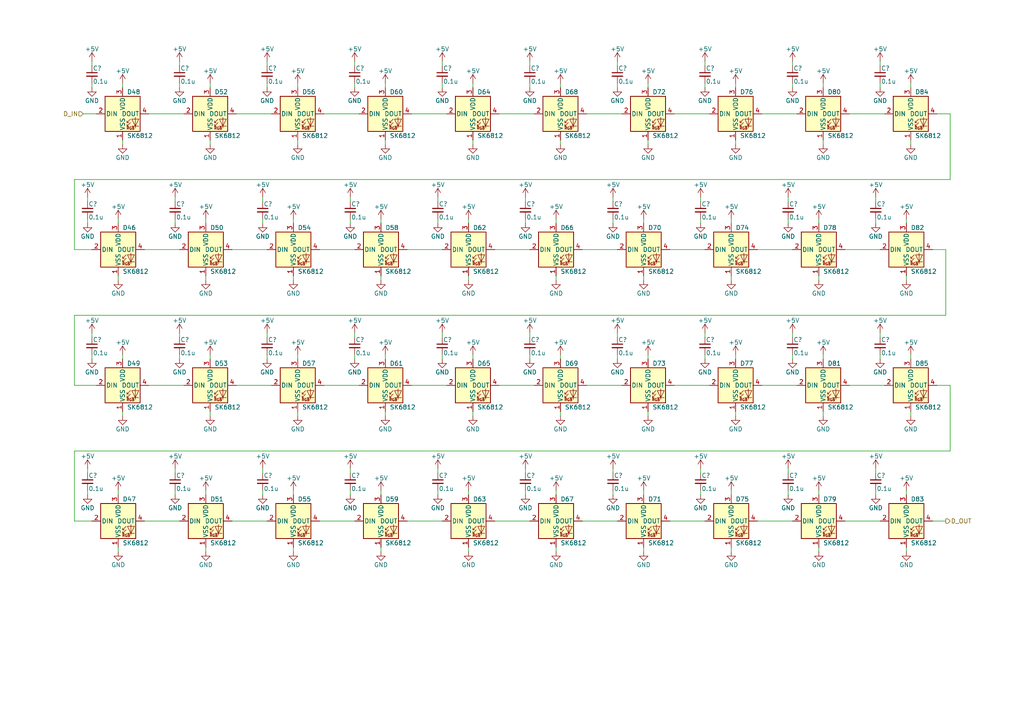
<source format=kicad_sch>
(kicad_sch (version 20231120) (generator "eeschema") (generator_version "8.0")
  (paper "A4")
  (lib_symbols
    (symbol "Device:C_Small" (pin_numbers hide) (pin_names (offset 0.254) hide)
      (property "Reference" "C" (at 0.254 1.778 0))
      (property "Value" "C_Small" (at 0.254 -2.032 0))
      (symbol "C_Small_1_1"
        (pin passive line (at 0 2.54 270) (length 2.032) (name "~") (number "1"))
        (pin passive line (at 0 -2.54 90) (length 2.032) (name "~") (number "2"))
      )
    )
    (symbol "LED:SK6812" (pin_names (offset 0.254))
      (property "Reference" "D" (at 5.08 5.715 0))
      (property "Value" "SK6812" (at 1.27 -5.715 0))
      (symbol "SK6812_0_0"
        (text "RGB" (at 2.286 -4.191 0) (effects (font (size 0.762 0.762))))
      )
      (symbol "SK6812_1_1"
        (pin power_in line (at 0 -7.62 90) (length 2.54) (name "VSS") (number "1"))
        (pin input line (at -7.62 0 0) (length 2.54) (name "DIN") (number "2"))
        (pin power_in line (at 0 7.62 270) (length 2.54) (name "VDD") (number "3"))
        (pin output line (at 7.62 0 180) (length 2.54) (name "DOUT") (number "4"))
      )
    )
    (symbol "power:+5V" (power) (pin_names (offset 0))
      (property "Value" "+5V" (at 0 3.556 0))
      (symbol "+5V_1_1"
        (pin power_in line (at 0 0 90) (length 0) hide (name "+5V") (number "1"))
      )
    )
    (symbol "power:GND" (power) (pin_names (offset 0))
      (property "Value" "GND" (at 0 -3.81 0))
      (symbol "GND_1_1"
        (pin power_in line (at 0 0 270) (length 0) hide (name "GND") (number "1"))
      )
    )
  )
  (wire (pts (xy 35.56 119.38) (xy 35.56 120.65)))
  (wire (pts (xy 262.89 63.5) (xy 262.89 64.77)))
  (wire (pts (xy 119.38 111.76) (xy 129.54 111.76)))
  (wire (pts (xy 50.8 135.89) (xy 50.8 137.16)))
  (wire (pts (xy 264.16 40.64) (xy 264.16 41.91)))
  (wire (pts (xy 203.2 57.15) (xy 203.2 58.42)))
  (wire (pts (xy 153.67 102.87) (xy 153.67 104.14)))
  (wire (pts (xy 137.16 119.38) (xy 137.16 120.65)))
  (wire (pts (xy 220.98 111.76) (xy 231.14 111.76)))
  (wire (pts (xy 212.09 80.01) (xy 212.09 81.28)))
  (wire (pts (xy 34.29 142.24) (xy 34.29 143.51)))
  (wire (pts (xy 177.8 142.24) (xy 177.8 143.51)))
  (wire (pts (xy 143.51 72.39) (xy 153.67 72.39)))
  (wire (pts (xy 76.2 63.5) (xy 76.2 64.77)))
  (wire (pts (xy 111.76 102.87) (xy 111.76 104.14)))
  (wire (pts (xy 238.76 119.38) (xy 238.76 120.65)))
  (wire (pts (xy 237.49 63.5) (xy 237.49 64.77)))
  (wire (pts (xy 127 57.15) (xy 127 58.42)))
  (wire (pts (xy 68.58 111.76) (xy 78.74 111.76)))
  (wire (pts (xy 254 57.15) (xy 254 58.42)))
  (wire (pts (xy 270.51 72.39) (xy 274.32 72.39)))
  (wire (pts (xy 85.09 63.5) (xy 85.09 64.77)))
  (wire (pts (xy 127 63.5) (xy 127 64.77)))
  (wire (pts (xy 52.07 17.78) (xy 52.07 19.05)))
  (wire (pts (xy 26.67 96.52) (xy 26.67 97.79)))
  (wire (pts (xy 212.09 142.24) (xy 212.09 143.51)))
  (wire (pts (xy 86.36 24.13) (xy 86.36 25.4)))
  (wire (pts (xy 255.27 24.13) (xy 255.27 25.4)))
  (wire (pts (xy 34.29 63.5) (xy 34.29 64.77)))
  (wire (pts (xy 162.56 24.13) (xy 162.56 25.4)))
  (wire (pts (xy 86.36 102.87) (xy 86.36 104.14)))
  (wire (pts (xy 35.56 102.87) (xy 35.56 104.14)))
  (wire (pts (xy 153.67 24.13) (xy 153.67 25.4)))
  (wire (pts (xy 128.27 96.52) (xy 128.27 97.79)))
  (wire (pts (xy 85.09 158.75) (xy 85.09 160.02)))
  (wire (pts (xy 237.49 80.01) (xy 237.49 81.28)))
  (wire (pts (xy 177.8 63.5) (xy 177.8 64.77)))
  (wire (pts (xy 101.6 142.24) (xy 101.6 143.51)))
  (wire (pts (xy 275.59 52.07) (xy 21.59 52.07)))
  (wire (pts (xy 119.38 33.02) (xy 129.54 33.02)))
  (wire (pts (xy 162.56 40.64) (xy 162.56 41.91)))
  (wire (pts (xy 246.38 33.02) (xy 256.54 33.02)))
  (wire (pts (xy 186.69 142.24) (xy 186.69 143.51)))
  (wire (pts (xy 153.67 17.78) (xy 153.67 19.05)))
  (wire (pts (xy 60.96 40.64) (xy 60.96 41.91)))
  (wire (pts (xy 162.56 119.38) (xy 162.56 120.65)))
  (wire (pts (xy 152.4 135.89) (xy 152.4 137.16)))
  (wire (pts (xy 262.89 80.01) (xy 262.89 81.28)))
  (wire (pts (xy 229.87 17.78) (xy 229.87 19.05)))
  (wire (pts (xy 35.56 40.64) (xy 35.56 41.91)))
  (wire (pts (xy 26.67 102.87) (xy 26.67 104.14)))
  (wire (pts (xy 194.31 151.13) (xy 204.47 151.13)))
  (wire (pts (xy 76.2 142.24) (xy 76.2 143.51)))
  (wire (pts (xy 245.11 151.13) (xy 255.27 151.13)))
  (wire (pts (xy 52.07 24.13) (xy 52.07 25.4)))
  (wire (pts (xy 67.31 72.39) (xy 77.47 72.39)))
  (wire (pts (xy 127 135.89) (xy 127 137.16)))
  (wire (pts (xy 254 63.5) (xy 254 64.77)))
  (wire (pts (xy 111.76 40.64) (xy 111.76 41.91)))
  (wire (pts (xy 228.6 135.89) (xy 228.6 137.16)))
  (wire (pts (xy 195.58 111.76) (xy 205.74 111.76)))
  (wire (pts (xy 25.4 57.15) (xy 25.4 58.42)))
  (wire (pts (xy 85.09 142.24) (xy 85.09 143.51)))
  (wire (pts (xy 128.27 24.13) (xy 128.27 25.4)))
  (wire (pts (xy 203.2 135.89) (xy 203.2 137.16)))
  (wire (pts (xy 86.36 119.38) (xy 86.36 120.65)))
  (wire (pts (xy 187.96 102.87) (xy 187.96 104.14)))
  (wire (pts (xy 111.76 119.38) (xy 111.76 120.65)))
  (wire (pts (xy 60.96 119.38) (xy 60.96 120.65)))
  (wire (pts (xy 135.89 158.75) (xy 135.89 160.02)))
  (wire (pts (xy 186.69 80.01) (xy 186.69 81.28)))
  (wire (pts (xy 77.47 17.78) (xy 77.47 19.05)))
  (wire (pts (xy 110.49 142.24) (xy 110.49 143.51)))
  (wire (pts (xy 102.87 24.13) (xy 102.87 25.4)))
  (wire (pts (xy 135.89 142.24) (xy 135.89 143.51)))
  (wire (pts (xy 264.16 24.13) (xy 264.16 25.4)))
  (wire (pts (xy 203.2 142.24) (xy 203.2 143.51)))
  (wire (pts (xy 213.36 24.13) (xy 213.36 25.4)))
  (wire (pts (xy 102.87 102.87) (xy 102.87 104.14)))
  (wire (pts (xy 43.18 33.02) (xy 53.34 33.02)))
  (wire (pts (xy 59.69 158.75) (xy 59.69 160.02)))
  (wire (pts (xy 144.78 111.76) (xy 154.94 111.76)))
  (wire (pts (xy 101.6 135.89) (xy 101.6 137.16)))
  (wire (pts (xy 101.6 57.15) (xy 101.6 58.42)))
  (wire (pts (xy 228.6 63.5) (xy 228.6 64.77)))
  (wire (pts (xy 24.13 33.02) (xy 27.94 33.02)))
  (wire (pts (xy 274.32 151.13) (xy 270.51 151.13)))
  (wire (pts (xy 274.32 91.44) (xy 21.59 91.44)))
  (wire (pts (xy 195.58 33.02) (xy 205.74 33.02)))
  (wire (pts (xy 228.6 57.15) (xy 228.6 58.42)))
  (wire (pts (xy 204.47 24.13) (xy 204.47 25.4)))
  (wire (pts (xy 60.96 102.87) (xy 60.96 104.14)))
  (wire (pts (xy 255.27 17.78) (xy 255.27 19.05)))
  (wire (pts (xy 101.6 63.5) (xy 101.6 64.77)))
  (wire (pts (xy 177.8 135.89) (xy 177.8 137.16)))
  (wire (pts (xy 102.87 17.78) (xy 102.87 19.05)))
  (wire (pts (xy 245.11 72.39) (xy 255.27 72.39)))
  (wire (pts (xy 76.2 57.15) (xy 76.2 58.42)))
  (wire (pts (xy 237.49 142.24) (xy 237.49 143.51)))
  (wire (pts (xy 135.89 63.5) (xy 135.89 64.77)))
  (wire (pts (xy 238.76 102.87) (xy 238.76 104.14)))
  (wire (pts (xy 179.07 102.87) (xy 179.07 104.14)))
  (wire (pts (xy 271.78 33.02) (xy 275.59 33.02)))
  (wire (pts (xy 110.49 80.01) (xy 110.49 81.28)))
  (wire (pts (xy 52.07 102.87) (xy 52.07 104.14)))
  (wire (pts (xy 179.07 17.78) (xy 179.07 19.05)))
  (wire (pts (xy 68.58 33.02) (xy 78.74 33.02)))
  (wire (pts (xy 59.69 63.5) (xy 59.69 64.77)))
  (wire (pts (xy 144.78 33.02) (xy 154.94 33.02)))
  (wire (pts (xy 254 142.24) (xy 254 143.51)))
  (wire (pts (xy 26.67 24.13) (xy 26.67 25.4)))
  (wire (pts (xy 111.76 24.13) (xy 111.76 25.4)))
  (wire (pts (xy 21.59 52.07) (xy 21.59 72.39)))
  (wire (pts (xy 128.27 17.78) (xy 128.27 19.05)))
  (wire (pts (xy 219.71 151.13) (xy 229.87 151.13)))
  (wire (pts (xy 229.87 102.87) (xy 229.87 104.14)))
  (wire (pts (xy 168.91 151.13) (xy 179.07 151.13)))
  (wire (pts (xy 43.18 111.76) (xy 53.34 111.76)))
  (wire (pts (xy 275.59 33.02) (xy 275.59 52.07)))
  (wire (pts (xy 161.29 63.5) (xy 161.29 64.77)))
  (wire (pts (xy 92.71 151.13) (xy 102.87 151.13)))
  (wire (pts (xy 93.98 111.76) (xy 104.14 111.76)))
  (wire (pts (xy 219.71 72.39) (xy 229.87 72.39)))
  (wire (pts (xy 152.4 142.24) (xy 152.4 143.51)))
  (wire (pts (xy 161.29 80.01) (xy 161.29 81.28)))
  (wire (pts (xy 212.09 63.5) (xy 212.09 64.77)))
  (wire (pts (xy 50.8 142.24) (xy 50.8 143.51)))
  (wire (pts (xy 237.49 158.75) (xy 237.49 160.02)))
  (wire (pts (xy 204.47 96.52) (xy 204.47 97.79)))
  (wire (pts (xy 275.59 130.81) (xy 21.59 130.81)))
  (wire (pts (xy 137.16 40.64) (xy 137.16 41.91)))
  (wire (pts (xy 34.29 80.01) (xy 34.29 81.28)))
  (wire (pts (xy 262.89 158.75) (xy 262.89 160.02)))
  (wire (pts (xy 21.59 111.76) (xy 27.94 111.76)))
  (wire (pts (xy 161.29 142.24) (xy 161.29 143.51)))
  (wire (pts (xy 203.2 63.5) (xy 203.2 64.77)))
  (wire (pts (xy 170.18 111.76) (xy 180.34 111.76)))
  (wire (pts (xy 127 142.24) (xy 127 143.51)))
  (wire (pts (xy 21.59 72.39) (xy 26.67 72.39)))
  (wire (pts (xy 85.09 80.01) (xy 85.09 81.28)))
  (wire (pts (xy 194.31 72.39) (xy 204.47 72.39)))
  (wire (pts (xy 220.98 33.02) (xy 231.14 33.02)))
  (wire (pts (xy 34.29 158.75) (xy 34.29 160.02)))
  (wire (pts (xy 187.96 24.13) (xy 187.96 25.4)))
  (wire (pts (xy 274.32 72.39) (xy 274.32 91.44)))
  (wire (pts (xy 25.4 135.89) (xy 25.4 137.16)))
  (wire (pts (xy 187.96 119.38) (xy 187.96 120.65)))
  (wire (pts (xy 25.4 63.5) (xy 25.4 64.77)))
  (wire (pts (xy 213.36 40.64) (xy 213.36 41.91)))
  (wire (pts (xy 170.18 33.02) (xy 180.34 33.02)))
  (wire (pts (xy 41.91 72.39) (xy 52.07 72.39)))
  (wire (pts (xy 264.16 119.38) (xy 264.16 120.65)))
  (wire (pts (xy 153.67 96.52) (xy 153.67 97.79)))
  (wire (pts (xy 213.36 102.87) (xy 213.36 104.14)))
  (wire (pts (xy 102.87 96.52) (xy 102.87 97.79)))
  (wire (pts (xy 179.07 24.13) (xy 179.07 25.4)))
  (wire (pts (xy 275.59 111.76) (xy 275.59 130.81)))
  (wire (pts (xy 229.87 24.13) (xy 229.87 25.4)))
  (wire (pts (xy 152.4 63.5) (xy 152.4 64.77)))
  (wire (pts (xy 41.91 151.13) (xy 52.07 151.13)))
  (wire (pts (xy 262.89 142.24) (xy 262.89 143.51)))
  (wire (pts (xy 213.36 119.38) (xy 213.36 120.65)))
  (wire (pts (xy 177.8 57.15) (xy 177.8 58.42)))
  (wire (pts (xy 135.89 80.01) (xy 135.89 81.28)))
  (wire (pts (xy 204.47 102.87) (xy 204.47 104.14)))
  (wire (pts (xy 204.47 17.78) (xy 204.47 19.05)))
  (wire (pts (xy 86.36 40.64) (xy 86.36 41.91)))
  (wire (pts (xy 255.27 102.87) (xy 255.27 104.14)))
  (wire (pts (xy 186.69 63.5) (xy 186.69 64.77)))
  (wire (pts (xy 26.67 17.78) (xy 26.67 19.05)))
  (wire (pts (xy 187.96 40.64) (xy 187.96 41.91)))
  (wire (pts (xy 212.09 158.75) (xy 212.09 160.02)))
  (wire (pts (xy 25.4 142.24) (xy 25.4 143.51)))
  (wire (pts (xy 59.69 142.24) (xy 59.69 143.51)))
  (wire (pts (xy 229.87 96.52) (xy 229.87 97.79)))
  (wire (pts (xy 264.16 102.87) (xy 264.16 104.14)))
  (wire (pts (xy 92.71 72.39) (xy 102.87 72.39)))
  (wire (pts (xy 77.47 102.87) (xy 77.47 104.14)))
  (wire (pts (xy 67.31 151.13) (xy 77.47 151.13)))
  (wire (pts (xy 162.56 102.87) (xy 162.56 104.14)))
  (wire (pts (xy 238.76 40.64) (xy 238.76 41.91)))
  (wire (pts (xy 35.56 24.13) (xy 35.56 25.4)))
  (wire (pts (xy 128.27 102.87) (xy 128.27 104.14)))
  (wire (pts (xy 118.11 151.13) (xy 128.27 151.13)))
  (wire (pts (xy 137.16 102.87) (xy 137.16 104.14)))
  (wire (pts (xy 143.51 151.13) (xy 153.67 151.13)))
  (wire (pts (xy 255.27 96.52) (xy 255.27 97.79)))
  (wire (pts (xy 21.59 91.44) (xy 21.59 111.76)))
  (wire (pts (xy 246.38 111.76) (xy 256.54 111.76)))
  (wire (pts (xy 118.11 72.39) (xy 128.27 72.39)))
  (wire (pts (xy 228.6 142.24) (xy 228.6 143.51)))
  (wire (pts (xy 186.69 158.75) (xy 186.69 160.02)))
  (wire (pts (xy 77.47 96.52) (xy 77.47 97.79)))
  (wire (pts (xy 271.78 111.76) (xy 275.59 111.76)))
  (wire (pts (xy 76.2 135.89) (xy 76.2 137.16)))
  (wire (pts (xy 137.16 24.13) (xy 137.16 25.4)))
  (wire (pts (xy 161.29 158.75) (xy 161.29 160.02)))
  (wire (pts (xy 152.4 57.15) (xy 152.4 58.42)))
  (wire (pts (xy 110.49 63.5) (xy 110.49 64.77)))
  (wire (pts (xy 21.59 151.13) (xy 26.67 151.13)))
  (wire (pts (xy 52.07 96.52) (xy 52.07 97.79)))
  (wire (pts (xy 50.8 57.15) (xy 50.8 58.42)))
  (wire (pts (xy 238.76 24.13) (xy 238.76 25.4)))
  (wire (pts (xy 50.8 63.5) (xy 50.8 64.77)))
  (wire (pts (xy 179.07 96.52) (xy 179.07 97.79)))
  (wire (pts (xy 21.59 130.81) (xy 21.59 151.13)))
  (wire (pts (xy 93.98 33.02) (xy 104.14 33.02)))
  (wire (pts (xy 110.49 158.75) (xy 110.49 160.02)))
  (wire (pts (xy 60.96 24.13) (xy 60.96 25.4)))
  (wire (pts (xy 254 135.89) (xy 254 137.16)))
  (wire (pts (xy 168.91 72.39) (xy 179.07 72.39)))
  (wire (pts (xy 59.69 80.01) (xy 59.69 81.28)))
  (wire (pts (xy 77.47 24.13) (xy 77.47 25.4)))
  (hierarchical_label "D_IN" (shape input) (at 24.13 33.02 180))
  (hierarchical_label "D_OUT" (shape output) (at 274.32 151.13 0))
  (symbol (lib_id "power:+5V") (at 52.07 17.78 0) (unit 1)
    (property "Reference" "#PWR0162" (effects (hide yes)))
    (property "Value" "+5V" (at 52.07 14.224 0))
    (instances (project "iot_name_tag" (path "" (reference "#PWR?") (unit 1)) (path "" (reference "#PWR0324") (unit 1)) (path "" (reference "#PWR?") (unit 1)) (path "" (reference "#PWR0162") (unit 1))))
  )
  (symbol (lib_id "Device:C_Small") (at 52.07 21.59 0) (unit 1)
    (property "Reference" "C20" (at 52.324 19.812 0) (effects (justify left)))
    (property "Value" "0.1u" (at 52.324 23.622 0) (effects (justify left)))
    (property "Footprint" "-capacitor:C_0402_NoSilk" (effects (hide yes)))
    (instances (project "iot_name_tag" (path "" (reference "C?") (unit 1)) (path "" (reference "C62") (unit 1)) (path "" (reference "C?") (unit 1)) (path "" (reference "C20") (unit 1))))
  )
  (symbol (lib_id "power:GND") (at 86.36 41.91 0) (unit 1)
    (property "Reference" "#PWR0164" (effects (hide yes)))
    (property "Value" "GND" (at 86.36 45.72 0))
    (instances (project "iot_name_tag" (path "" (reference "#PWR?") (unit 1)) (path "" (reference "#PWR0326") (unit 1)) (path "" (reference "#PWR?") (unit 1)) (path "" (reference "#PWR0164") (unit 1))))
  )
  (symbol (lib_id "power:+5V") (at 86.36 24.13 0) (unit 1)
    (property "Reference" "#PWR0165" (effects (hide yes)))
    (property "Value" "+5V" (at 86.36 20.574 0))
    (instances (project "iot_name_tag" (path "" (reference "#PWR?") (unit 1)) (path "" (reference "#PWR0327") (unit 1)) (path "" (reference "#PWR?") (unit 1)) (path "" (reference "#PWR0165") (unit 1))))
  )
  (symbol (lib_id "power:+5V") (at 77.47 17.78 0) (unit 1)
    (property "Reference" "#PWR0166" (effects (hide yes)))
    (property "Value" "+5V" (at 77.47 14.224 0))
    (instances (project "iot_name_tag" (path "" (reference "#PWR?") (unit 1)) (path "" (reference "#PWR0328") (unit 1)) (path "" (reference "#PWR?") (unit 1)) (path "" (reference "#PWR0166") (unit 1))))
  )
  (symbol (lib_id "power:GND") (at 77.47 25.4 0) (unit 1)
    (property "Reference" "#PWR0167" (effects (hide yes)))
    (property "Value" "GND" (at 77.47 29.21 0))
    (instances (project "iot_name_tag" (path "" (reference "#PWR?") (unit 1)) (path "" (reference "#PWR0329") (unit 1)) (path "" (reference "#PWR?") (unit 1)) (path "" (reference "#PWR0167") (unit 1))))
  )
  (symbol (lib_id "Device:C_Small") (at 77.47 21.59 0) (unit 1)
    (property "Reference" "C24" (at 77.724 19.812 0) (effects (justify left)))
    (property "Value" "0.1u" (at 77.724 23.622 0) (effects (justify left)))
    (property "Footprint" "-capacitor:C_0402_NoSilk" (effects (hide yes)))
    (instances (project "iot_name_tag" (path "" (reference "C?") (unit 1)) (path "" (reference "C66") (unit 1)) (path "" (reference "C?") (unit 1)) (path "" (reference "C24") (unit 1))))
  )
  (symbol (lib_id "power:GND") (at 137.16 41.91 0) (unit 1)
    (property "Reference" "#PWR0172" (effects (hide yes)))
    (property "Value" "GND" (at 137.16 45.72 0))
    (instances (project "iot_name_tag" (path "" (reference "#PWR?") (unit 1)) (path "" (reference "#PWR0334") (unit 1)) (path "" (reference "#PWR?") (unit 1)) (path "" (reference "#PWR0172") (unit 1))))
  )
  (symbol (lib_id "power:+5V") (at 137.16 24.13 0) (unit 1)
    (property "Reference" "#PWR0173" (effects (hide yes)))
    (property "Value" "+5V" (at 137.16 20.574 0))
    (instances (project "iot_name_tag" (path "" (reference "#PWR?") (unit 1)) (path "" (reference "#PWR0335") (unit 1)) (path "" (reference "#PWR?") (unit 1)) (path "" (reference "#PWR0173") (unit 1))))
  )
  (symbol (lib_id "Device:C_Small") (at 128.27 21.59 0) (unit 1)
    (property "Reference" "C32" (at 128.524 19.812 0) (effects (justify left)))
    (property "Value" "0.1u" (at 128.524 23.622 0) (effects (justify left)))
    (property "Footprint" "-capacitor:C_0402_NoSilk" (effects (hide yes)))
    (instances (project "iot_name_tag" (path "" (reference "C?") (unit 1)) (path "" (reference "C74") (unit 1)) (path "" (reference "C?") (unit 1)) (path "" (reference "C32") (unit 1))))
  )
  (symbol (lib_id "power:+5V") (at 187.96 24.13 0) (unit 1)
    (property "Reference" "#PWR0181" (effects (hide yes)))
    (property "Value" "+5V" (at 187.96 20.574 0))
    (instances (project "iot_name_tag" (path "" (reference "#PWR?") (unit 1)) (path "" (reference "#PWR0343") (unit 1)) (path "" (reference "#PWR?") (unit 1)) (path "" (reference "#PWR0181") (unit 1))))
  )
  (symbol (lib_id "power:+5V") (at 179.07 17.78 0) (unit 1)
    (property "Reference" "#PWR0182" (effects (hide yes)))
    (property "Value" "+5V" (at 179.07 14.224 0))
    (instances (project "iot_name_tag" (path "" (reference "#PWR?") (unit 1)) (path "" (reference "#PWR0344") (unit 1)) (path "" (reference "#PWR?") (unit 1)) (path "" (reference "#PWR0182") (unit 1))))
  )
  (symbol (lib_id "power:GND") (at 179.07 25.4 0) (unit 1)
    (property "Reference" "#PWR0183" (effects (hide yes)))
    (property "Value" "GND" (at 179.07 29.21 0))
    (instances (project "iot_name_tag" (path "" (reference "#PWR?") (unit 1)) (path "" (reference "#PWR0345") (unit 1)) (path "" (reference "#PWR?") (unit 1)) (path "" (reference "#PWR0183") (unit 1))))
  )
  (symbol (lib_id "Device:C_Small") (at 179.07 21.59 0) (unit 1)
    (property "Reference" "C40" (at 179.324 19.812 0) (effects (justify left)))
    (property "Value" "0.1u" (at 179.324 23.622 0) (effects (justify left)))
    (property "Footprint" "-capacitor:C_0402_NoSilk" (effects (hide yes)))
    (instances (project "iot_name_tag" (path "" (reference "C?") (unit 1)) (path "" (reference "C82") (unit 1)) (path "" (reference "C?") (unit 1)) (path "" (reference "C40") (unit 1))))
  )
  (symbol (lib_id "power:GND") (at 213.36 41.91 0) (unit 1)
    (property "Reference" "#PWR0184" (effects (hide yes)))
    (property "Value" "GND" (at 213.36 45.72 0))
    (instances (project "iot_name_tag" (path "" (reference "#PWR?") (unit 1)) (path "" (reference "#PWR0346") (unit 1)) (path "" (reference "#PWR?") (unit 1)) (path "" (reference "#PWR0184") (unit 1))))
  )
  (symbol (lib_id "power:+5V") (at 204.47 17.78 0) (unit 1)
    (property "Reference" "#PWR0186" (effects (hide yes)))
    (property "Value" "+5V" (at 204.47 14.224 0))
    (instances (project "iot_name_tag" (path "" (reference "#PWR?") (unit 1)) (path "" (reference "#PWR0348") (unit 1)) (path "" (reference "#PWR?") (unit 1)) (path "" (reference "#PWR0186") (unit 1))))
  )
  (symbol (lib_id "power:GND") (at 204.47 25.4 0) (unit 1)
    (property "Reference" "#PWR0187" (effects (hide yes)))
    (property "Value" "GND" (at 204.47 29.21 0))
    (instances (project "iot_name_tag" (path "" (reference "#PWR?") (unit 1)) (path "" (reference "#PWR0349") (unit 1)) (path "" (reference "#PWR?") (unit 1)) (path "" (reference "#PWR0187") (unit 1))))
  )
  (symbol (lib_id "Device:C_Small") (at 204.47 21.59 0) (unit 1)
    (property "Reference" "C44" (at 204.724 19.812 0) (effects (justify left)))
    (property "Value" "0.1u" (at 204.724 23.622 0) (effects (justify left)))
    (property "Footprint" "-capacitor:C_0402_NoSilk" (effects (hide yes)))
    (instances (project "iot_name_tag" (path "" (reference "C?") (unit 1)) (path "" (reference "C86") (unit 1)) (path "" (reference "C?") (unit 1)) (path "" (reference "C44") (unit 1))))
  )
  (symbol (lib_id "power:GND") (at 264.16 41.91 0) (unit 1)
    (property "Reference" "#PWR0192" (effects (hide yes)))
    (property "Value" "GND" (at 264.16 45.72 0))
    (instances (project "iot_name_tag" (path "" (reference "#PWR?") (unit 1)) (path "" (reference "#PWR0354") (unit 1)) (path "" (reference "#PWR?") (unit 1)) (path "" (reference "#PWR0192") (unit 1))))
  )
  (symbol (lib_id "Device:C_Small") (at 25.4 60.96 0) (unit 1)
    (property "Reference" "C14" (at 25.654 59.182 0) (effects (justify left)))
    (property "Value" "0.1u" (at 25.654 62.992 0) (effects (justify left)))
    (property "Footprint" "-capacitor:C_0402_NoSilk" (effects (hide yes)))
    (instances (project "iot_name_tag" (path "" (reference "C?") (unit 1)) (path "" (reference "C56") (unit 1)) (path "" (reference "C?") (unit 1)) (path "" (reference "C14") (unit 1))))
  )
  (symbol (lib_id "power:GND") (at 25.4 64.77 0) (unit 1)
    (property "Reference" "#PWR0196" (effects (hide yes)))
    (property "Value" "GND" (at 25.4 68.58 0))
    (instances (project "iot_name_tag" (path "" (reference "#PWR?") (unit 1)) (path "" (reference "#PWR0358") (unit 1)) (path "" (reference "#PWR?") (unit 1)) (path "" (reference "#PWR0196") (unit 1))))
  )
  (symbol (lib_id "power:GND") (at 34.29 81.28 0) (unit 1)
    (property "Reference" "#PWR0199" (effects (hide yes)))
    (property "Value" "GND" (at 34.29 85.09 0))
    (instances (project "iot_name_tag" (path "" (reference "#PWR?") (unit 1)) (path "" (reference "#PWR0361") (unit 1)) (path "" (reference "#PWR?") (unit 1)) (path "" (reference "#PWR0199") (unit 1))))
  )
  (symbol (lib_id "power:GND") (at 59.69 81.28 0) (unit 1)
    (property "Reference" "#PWR0200" (effects (hide yes)))
    (property "Value" "GND" (at 59.69 85.09 0))
    (instances (project "iot_name_tag" (path "" (reference "#PWR?") (unit 1)) (path "" (reference "#PWR0362") (unit 1)) (path "" (reference "#PWR?") (unit 1)) (path "" (reference "#PWR0200") (unit 1))))
  )
  (symbol (lib_id "power:+5V") (at 59.69 63.5 0) (unit 1)
    (property "Reference" "#PWR0201" (effects (hide yes)))
    (property "Value" "+5V" (at 59.69 59.944 0))
    (instances (project "iot_name_tag" (path "" (reference "#PWR?") (unit 1)) (path "" (reference "#PWR0363") (unit 1)) (path "" (reference "#PWR?") (unit 1)) (path "" (reference "#PWR0201") (unit 1))))
  )
  (symbol (lib_id "power:GND") (at 50.8 64.77 0) (unit 1)
    (property "Reference" "#PWR0203" (effects (hide yes)))
    (property "Value" "GND" (at 50.8 68.58 0))
    (instances (project "iot_name_tag" (path "" (reference "#PWR?") (unit 1)) (path "" (reference "#PWR0365") (unit 1)) (path "" (reference "#PWR?") (unit 1)) (path "" (reference "#PWR0203") (unit 1))))
  )
  (symbol (lib_id "Device:C_Small") (at 50.8 60.96 0) (unit 1)
    (property "Reference" "C18" (at 51.054 59.182 0) (effects (justify left)))
    (property "Value" "0.1u" (at 51.054 62.992 0) (effects (justify left)))
    (property "Footprint" "-capacitor:C_0402_NoSilk" (effects (hide yes)))
    (instances (project "iot_name_tag" (path "" (reference "C?") (unit 1)) (path "" (reference "C60") (unit 1)) (path "" (reference "C?") (unit 1)) (path "" (reference "C18") (unit 1))))
  )
  (symbol (lib_id "LED:SK6812") (at 59.69 72.39 0) (unit 1)
    (property "Reference" "D50" (at 60.96 66.04 0) (effects (justify left)))
    (property "Value" "SK6812" (at 60.96 78.74 0) (effects (justify left)))
    (property "Footprint" "-led:LED_SK6812_PLCC4_5.0x5.0mm_P3.2mm_CustomForLedArray" (effects (hide yes)))
    (property "Datasheet" "https://cdn-shop.adafruit.com/product-files/1138/SK6812+LED+datasheet+.pdf" (effects (hide yes)))
    (instances (project "iot_name_tag" (path "" (reference "D50") (unit 1)) (path "" (reference "D?") (unit 1)) (path "" (reference "D10") (unit 1))))
  )
  (symbol (lib_id "power:GND") (at 85.09 81.28 0) (unit 1)
    (property "Reference" "#PWR0204" (effects (hide yes)))
    (property "Value" "GND" (at 85.09 85.09 0))
    (instances (project "iot_name_tag" (path "" (reference "#PWR?") (unit 1)) (path "" (reference "#PWR0366") (unit 1)) (path "" (reference "#PWR?") (unit 1)) (path "" (reference "#PWR0204") (unit 1))))
  )
  (symbol (lib_id "power:+5V") (at 85.09 63.5 0) (unit 1)
    (property "Reference" "#PWR0205" (effects (hide yes)))
    (property "Value" "+5V" (at 85.09 59.944 0))
    (instances (project "iot_name_tag" (path "" (reference "#PWR?") (unit 1)) (path "" (reference "#PWR0367") (unit 1)) (path "" (reference "#PWR?") (unit 1)) (path "" (reference "#PWR0205") (unit 1))))
  )
  (symbol (lib_id "power:+5V") (at 76.2 57.15 0) (unit 1)
    (property "Reference" "#PWR0206" (effects (hide yes)))
    (property "Value" "+5V" (at 76.2 53.594 0))
    (instances (project "iot_name_tag" (path "" (reference "#PWR?") (unit 1)) (path "" (reference "#PWR0368") (unit 1)) (path "" (reference "#PWR?") (unit 1)) (path "" (reference "#PWR0206") (unit 1))))
  )
  (symbol (lib_id "power:GND") (at 76.2 64.77 0) (unit 1)
    (property "Reference" "#PWR0207" (effects (hide yes)))
    (property "Value" "GND" (at 76.2 68.58 0))
    (instances (project "iot_name_tag" (path "" (reference "#PWR?") (unit 1)) (path "" (reference "#PWR0369") (unit 1)) (path "" (reference "#PWR?") (unit 1)) (path "" (reference "#PWR0207") (unit 1))))
  )
  (symbol (lib_id "Device:C_Small") (at 76.2 60.96 0) (unit 1)
    (property "Reference" "C22" (at 76.454 59.182 0) (effects (justify left)))
    (property "Value" "0.1u" (at 76.454 62.992 0) (effects (justify left)))
    (property "Footprint" "-capacitor:C_0402_NoSilk" (effects (hide yes)))
    (instances (project "iot_name_tag" (path "" (reference "C?") (unit 1)) (path "" (reference "C64") (unit 1)) (path "" (reference "C?") (unit 1)) (path "" (reference "C22") (unit 1))))
  )
  (symbol (lib_id "LED:SK6812") (at 85.09 72.39 0) (unit 1)
    (property "Reference" "D54" (at 86.36 66.04 0) (effects (justify left)))
    (property "Value" "SK6812" (at 86.36 78.74 0) (effects (justify left)))
    (property "Footprint" "-led:LED_SK6812_PLCC4_5.0x5.0mm_P3.2mm_CustomForLedArray" (effects (hide yes)))
    (property "Datasheet" "https://cdn-shop.adafruit.com/product-files/1138/SK6812+LED+datasheet+.pdf" (effects (hide yes)))
    (instances (project "iot_name_tag" (path "" (reference "D54") (unit 1)) (path "" (reference "D?") (unit 1)) (path "" (reference "D14") (unit 1))))
  )
  (symbol (lib_id "power:+5V") (at 110.49 63.5 0) (unit 1)
    (property "Reference" "#PWR0209" (effects (hide yes)))
    (property "Value" "+5V" (at 110.49 59.944 0))
    (instances (project "iot_name_tag" (path "" (reference "#PWR?") (unit 1)) (path "" (reference "#PWR0371") (unit 1)) (path "" (reference "#PWR?") (unit 1)) (path "" (reference "#PWR0209") (unit 1))))
  )
  (symbol (lib_id "power:GND") (at 135.89 81.28 0) (unit 1)
    (property "Reference" "#PWR0212" (effects (hide yes)))
    (property "Value" "GND" (at 135.89 85.09 0))
    (instances (project "iot_name_tag" (path "" (reference "#PWR?") (unit 1)) (path "" (reference "#PWR0374") (unit 1)) (path "" (reference "#PWR?") (unit 1)) (path "" (reference "#PWR0212") (unit 1))))
  )
  (symbol (lib_id "power:+5V") (at 152.4 57.15 0) (unit 1)
    (property "Reference" "#PWR0218" (effects (hide yes)))
    (property "Value" "+5V" (at 152.4 53.594 0))
    (instances (project "iot_name_tag" (path "" (reference "#PWR?") (unit 1)) (path "" (reference "#PWR0380") (unit 1)) (path "" (reference "#PWR?") (unit 1)) (path "" (reference "#PWR0218") (unit 1))))
  )
  (symbol (lib_id "power:GND") (at 152.4 64.77 0) (unit 1)
    (property "Reference" "#PWR0219" (effects (hide yes)))
    (property "Value" "GND" (at 152.4 68.58 0))
    (instances (project "iot_name_tag" (path "" (reference "#PWR?") (unit 1)) (path "" (reference "#PWR0381") (unit 1)) (path "" (reference "#PWR?") (unit 1)) (path "" (reference "#PWR0219") (unit 1))))
  )
  (symbol (lib_id "Device:C_Small") (at 152.4 60.96 0) (unit 1)
    (property "Reference" "C34" (at 152.654 59.182 0) (effects (justify left)))
    (property "Value" "0.1u" (at 152.654 62.992 0) (effects (justify left)))
    (property "Footprint" "-capacitor:C_0402_NoSilk" (effects (hide yes)))
    (instances (project "iot_name_tag" (path "" (reference "C?") (unit 1)) (path "" (reference "C76") (unit 1)) (path "" (reference "C?") (unit 1)) (path "" (reference "C34") (unit 1))))
  )
  (symbol (lib_id "LED:SK6812") (at 161.29 72.39 0) (unit 1)
    (property "Reference" "D66" (at 162.56 66.04 0) (effects (justify left)))
    (property "Value" "SK6812" (at 162.56 78.74 0) (effects (justify left)))
    (property "Footprint" "-led:LED_SK6812_PLCC4_5.0x5.0mm_P3.2mm_CustomForLedArray" (effects (hide yes)))
    (property "Datasheet" "https://cdn-shop.adafruit.com/product-files/1138/SK6812+LED+datasheet+.pdf" (effects (hide yes)))
    (instances (project "iot_name_tag" (path "" (reference "D66") (unit 1)) (path "" (reference "D?") (unit 1)) (path "" (reference "D26") (unit 1))))
  )
  (symbol (lib_id "power:+5V") (at 186.69 63.5 0) (unit 1)
    (property "Reference" "#PWR0221" (effects (hide yes)))
    (property "Value" "+5V" (at 186.69 59.944 0))
    (instances (project "iot_name_tag" (path "" (reference "#PWR?") (unit 1)) (path "" (reference "#PWR0383") (unit 1)) (path "" (reference "#PWR?") (unit 1)) (path "" (reference "#PWR0221") (unit 1))))
  )
  (symbol (lib_id "power:GND") (at 177.8 64.77 0) (unit 1)
    (property "Reference" "#PWR0223" (effects (hide yes)))
    (property "Value" "GND" (at 177.8 68.58 0))
    (instances (project "iot_name_tag" (path "" (reference "#PWR?") (unit 1)) (path "" (reference "#PWR0385") (unit 1)) (path "" (reference "#PWR?") (unit 1)) (path "" (reference "#PWR0223") (unit 1))))
  )
  (symbol (lib_id "Device:C_Small") (at 177.8 60.96 0) (unit 1)
    (property "Reference" "C38" (at 178.054 59.182 0) (effects (justify left)))
    (property "Value" "0.1u" (at 178.054 62.992 0) (effects (justify left)))
    (property "Footprint" "-capacitor:C_0402_NoSilk" (effects (hide yes)))
    (instances (project "iot_name_tag" (path "" (reference "C?") (unit 1)) (path "" (reference "C80") (unit 1)) (path "" (reference "C?") (unit 1)) (path "" (reference "C38") (unit 1))))
  )
  (symbol (lib_id "LED:SK6812") (at 186.69 72.39 0) (unit 1)
    (property "Reference" "D70" (at 187.96 66.04 0) (effects (justify left)))
    (property "Value" "SK6812" (at 187.96 78.74 0) (effects (justify left)))
    (property "Footprint" "-led:LED_SK6812_PLCC4_5.0x5.0mm_P3.2mm_CustomForLedArray" (effects (hide yes)))
    (property "Datasheet" "https://cdn-shop.adafruit.com/product-files/1138/SK6812+LED+datasheet+.pdf" (effects (hide yes)))
    (instances (project "iot_name_tag" (path "" (reference "D70") (unit 1)) (path "" (reference "D?") (unit 1)) (path "" (reference "D30") (unit 1))))
  )
  (symbol (lib_id "power:+5V") (at 203.2 57.15 0) (unit 1)
    (property "Reference" "#PWR0226" (effects (hide yes)))
    (property "Value" "+5V" (at 203.2 53.594 0))
    (instances (project "iot_name_tag" (path "" (reference "#PWR?") (unit 1)) (path "" (reference "#PWR0388") (unit 1)) (path "" (reference "#PWR?") (unit 1)) (path "" (reference "#PWR0226") (unit 1))))
  )
  (symbol (lib_id "power:GND") (at 203.2 64.77 0) (unit 1)
    (property "Reference" "#PWR0227" (effects (hide yes)))
    (property "Value" "GND" (at 203.2 68.58 0))
    (instances (project "iot_name_tag" (path "" (reference "#PWR?") (unit 1)) (path "" (reference "#PWR0389") (unit 1)) (path "" (reference "#PWR?") (unit 1)) (path "" (reference "#PWR0227") (unit 1))))
  )
  (symbol (lib_id "Device:C_Small") (at 203.2 60.96 0) (unit 1)
    (property "Reference" "C42" (at 203.454 59.182 0) (effects (justify left)))
    (property "Value" "0.1u" (at 203.454 62.992 0) (effects (justify left)))
    (property "Footprint" "-capacitor:C_0402_NoSilk" (effects (hide yes)))
    (instances (project "iot_name_tag" (path "" (reference "C?") (unit 1)) (path "" (reference "C84") (unit 1)) (path "" (reference "C?") (unit 1)) (path "" (reference "C42") (unit 1))))
  )
  (symbol (lib_id "LED:SK6812") (at 212.09 72.39 0) (unit 1)
    (property "Reference" "D74" (at 213.36 66.04 0) (effects (justify left)))
    (property "Value" "SK6812" (at 213.36 78.74 0) (effects (justify left)))
    (property "Footprint" "-led:LED_SK6812_PLCC4_5.0x5.0mm_P3.2mm_CustomForLedArray" (effects (hide yes)))
    (property "Datasheet" "https://cdn-shop.adafruit.com/product-files/1138/SK6812+LED+datasheet+.pdf" (effects (hide yes)))
    (instances (project "iot_name_tag" (path "" (reference "D74") (unit 1)) (path "" (reference "D?") (unit 1)) (path "" (reference "D34") (unit 1))))
  )
  (symbol (lib_id "power:GND") (at 237.49 81.28 0) (unit 1)
    (property "Reference" "#PWR0228" (effects (hide yes)))
    (property "Value" "GND" (at 237.49 85.09 0))
    (instances (project "iot_name_tag" (path "" (reference "#PWR?") (unit 1)) (path "" (reference "#PWR0390") (unit 1)) (path "" (reference "#PWR?") (unit 1)) (path "" (reference "#PWR0228") (unit 1))))
  )
  (symbol (lib_id "power:GND") (at 228.6 64.77 0) (unit 1)
    (property "Reference" "#PWR0231" (effects (hide yes)))
    (property "Value" "GND" (at 228.6 68.58 0))
    (instances (project "iot_name_tag" (path "" (reference "#PWR?") (unit 1)) (path "" (reference "#PWR0393") (unit 1)) (path "" (reference "#PWR?") (unit 1)) (path "" (reference "#PWR0231") (unit 1))))
  )
  (symbol (lib_id "LED:SK6812") (at 35.56 33.02 0) (unit 1)
    (property "Reference" "D48" (at 36.83 26.67 0) (effects (justify left)))
    (property "Value" "SK6812" (at 36.83 39.37 0) (effects (justify left)))
    (property "Footprint" "-led:LED_SK6812_PLCC4_5.0x5.0mm_P3.2mm_CustomForLedArray" (effects (hide yes)))
    (property "Datasheet" "https://cdn-shop.adafruit.com/product-files/1138/SK6812+LED+datasheet+.pdf" (effects (hide yes)))
    (instances (project "iot_name_tag" (path "" (reference "D48") (unit 1)) (path "" (reference "D?") (unit 1)) (path "" (reference "D8") (unit 1))))
  )
  (symbol (lib_id "Device:C_Small") (at 26.67 21.59 0) (unit 1)
    (property "Reference" "C16" (at 26.924 19.812 0) (effects (justify left)))
    (property "Value" "0.1u" (at 26.924 23.622 0) (effects (justify left)))
    (property "Footprint" "-capacitor:C_0402_NoSilk" (effects (hide yes)))
    (instances (project "iot_name_tag" (path "" (reference "C?") (unit 1)) (path "" (reference "C58") (unit 1)) (path "" (reference "C?") (unit 1)) (path "" (reference "C16") (unit 1))))
  )
  (symbol (lib_id "power:GND") (at 26.67 25.4 0) (unit 1)
    (property "Reference" "#PWR0156" (effects (hide yes)))
    (property "Value" "GND" (at 26.67 29.21 0))
    (instances (project "iot_name_tag" (path "" (reference "#PWR?") (unit 1)) (path "" (reference "#PWR0318") (unit 1)) (path "" (reference "#PWR?") (unit 1)) (path "" (reference "#PWR0156") (unit 1))))
  )
  (symbol (lib_id "power:+5V") (at 26.67 17.78 0) (unit 1)
    (property "Reference" "#PWR0157" (effects (hide yes)))
    (property "Value" "+5V" (at 26.67 14.224 0))
    (instances (project "iot_name_tag" (path "" (reference "#PWR?") (unit 1)) (path "" (reference "#PWR0319") (unit 1)) (path "" (reference "#PWR?") (unit 1)) (path "" (reference "#PWR0157") (unit 1))))
  )
  (symbol (lib_id "power:+5V") (at 35.56 24.13 0) (unit 1)
    (property "Reference" "#PWR0158" (effects (hide yes)))
    (property "Value" "+5V" (at 35.56 20.574 0))
    (instances (project "iot_name_tag" (path "" (reference "#PWR?") (unit 1)) (path "" (reference "#PWR0320") (unit 1)) (path "" (reference "#PWR?") (unit 1)) (path "" (reference "#PWR0158") (unit 1))))
  )
  (symbol (lib_id "power:GND") (at 35.56 41.91 0) (unit 1)
    (property "Reference" "#PWR0159" (effects (hide yes)))
    (property "Value" "GND" (at 35.56 45.72 0))
    (instances (project "iot_name_tag" (path "" (reference "#PWR?") (unit 1)) (path "" (reference "#PWR0321") (unit 1)) (path "" (reference "#PWR?") (unit 1)) (path "" (reference "#PWR0159") (unit 1))))
  )
  (symbol (lib_id "power:GND") (at 60.96 41.91 0) (unit 1)
    (property "Reference" "#PWR0160" (effects (hide yes)))
    (property "Value" "GND" (at 60.96 45.72 0))
    (instances (project "iot_name_tag" (path "" (reference "#PWR?") (unit 1)) (path "" (reference "#PWR0322") (unit 1)) (path "" (reference "#PWR?") (unit 1)) (path "" (reference "#PWR0160") (unit 1))))
  )
  (symbol (lib_id "power:+5V") (at 60.96 24.13 0) (unit 1)
    (property "Reference" "#PWR0161" (effects (hide yes)))
    (property "Value" "+5V" (at 60.96 20.574 0))
    (instances (project "iot_name_tag" (path "" (reference "#PWR?") (unit 1)) (path "" (reference "#PWR0323") (unit 1)) (path "" (reference "#PWR?") (unit 1)) (path "" (reference "#PWR0161") (unit 1))))
  )
  (symbol (lib_id "power:GND") (at 52.07 25.4 0) (unit 1)
    (property "Reference" "#PWR0163" (effects (hide yes)))
    (property "Value" "GND" (at 52.07 29.21 0))
    (instances (project "iot_name_tag" (path "" (reference "#PWR?") (unit 1)) (path "" (reference "#PWR0325") (unit 1)) (path "" (reference "#PWR?") (unit 1)) (path "" (reference "#PWR0163") (unit 1))))
  )
  (symbol (lib_id "LED:SK6812") (at 60.96 33.02 0) (unit 1)
    (property "Reference" "D52" (at 62.23 26.67 0) (effects (justify left)))
    (property "Value" "SK6812" (at 62.23 39.37 0) (effects (justify left)))
    (property "Footprint" "-led:LED_SK6812_PLCC4_5.0x5.0mm_P3.2mm_CustomForLedArray" (effects (hide yes)))
    (property "Datasheet" "https://cdn-shop.adafruit.com/product-files/1138/SK6812+LED+datasheet+.pdf" (effects (hide yes)))
    (instances (project "iot_name_tag" (path "" (reference "D52") (unit 1)) (path "" (reference "D?") (unit 1)) (path "" (reference "D12") (unit 1))))
  )
  (symbol (lib_id "LED:SK6812") (at 86.36 33.02 0) (unit 1)
    (property "Reference" "D56" (at 87.63 26.67 0) (effects (justify left)))
    (property "Value" "SK6812" (at 87.63 39.37 0) (effects (justify left)))
    (property "Footprint" "-led:LED_SK6812_PLCC4_5.0x5.0mm_P3.2mm_CustomForLedArray" (effects (hide yes)))
    (property "Datasheet" "https://cdn-shop.adafruit.com/product-files/1138/SK6812+LED+datasheet+.pdf" (effects (hide yes)))
    (instances (project "iot_name_tag" (path "" (reference "D56") (unit 1)) (path "" (reference "D?") (unit 1)) (path "" (reference "D16") (unit 1))))
  )
  (symbol (lib_id "power:GND") (at 111.76 41.91 0) (unit 1)
    (property "Reference" "#PWR0168" (effects (hide yes)))
    (property "Value" "GND" (at 111.76 45.72 0))
    (instances (project "iot_name_tag" (path "" (reference "#PWR?") (unit 1)) (path "" (reference "#PWR0330") (unit 1)) (path "" (reference "#PWR?") (unit 1)) (path "" (reference "#PWR0168") (unit 1))))
  )
  (symbol (lib_id "power:+5V") (at 111.76 24.13 0) (unit 1)
    (property "Reference" "#PWR0169" (effects (hide yes)))
    (property "Value" "+5V" (at 111.76 20.574 0))
    (instances (project "iot_name_tag" (path "" (reference "#PWR?") (unit 1)) (path "" (reference "#PWR0331") (unit 1)) (path "" (reference "#PWR?") (unit 1)) (path "" (reference "#PWR0169") (unit 1))))
  )
  (symbol (lib_id "power:+5V") (at 102.87 17.78 0) (unit 1)
    (property "Reference" "#PWR0170" (effects (hide yes)))
    (property "Value" "+5V" (at 102.87 14.224 0))
    (instances (project "iot_name_tag" (path "" (reference "#PWR?") (unit 1)) (path "" (reference "#PWR0332") (unit 1)) (path "" (reference "#PWR?") (unit 1)) (path "" (reference "#PWR0170") (unit 1))))
  )
  (symbol (lib_id "power:GND") (at 102.87 25.4 0) (unit 1)
    (property "Reference" "#PWR0171" (effects (hide yes)))
    (property "Value" "GND" (at 102.87 29.21 0))
    (instances (project "iot_name_tag" (path "" (reference "#PWR?") (unit 1)) (path "" (reference "#PWR0333") (unit 1)) (path "" (reference "#PWR?") (unit 1)) (path "" (reference "#PWR0171") (unit 1))))
  )
  (symbol (lib_id "Device:C_Small") (at 102.87 21.59 0) (unit 1)
    (property "Reference" "C28" (at 103.124 19.812 0) (effects (justify left)))
    (property "Value" "0.1u" (at 103.124 23.622 0) (effects (justify left)))
    (property "Footprint" "-capacitor:C_0402_NoSilk" (effects (hide yes)))
    (instances (project "iot_name_tag" (path "" (reference "C?") (unit 1)) (path "" (reference "C70") (unit 1)) (path "" (reference "C?") (unit 1)) (path "" (reference "C28") (unit 1))))
  )
  (symbol (lib_id "LED:SK6812") (at 111.76 33.02 0) (unit 1)
    (property "Reference" "D60" (at 113.03 26.67 0) (effects (justify left)))
    (property "Value" "SK6812" (at 113.03 39.37 0) (effects (justify left)))
    (property "Footprint" "-led:LED_SK6812_PLCC4_5.0x5.0mm_P3.2mm_CustomForLedArray" (effects (hide yes)))
    (property "Datasheet" "https://cdn-shop.adafruit.com/product-files/1138/SK6812+LED+datasheet+.pdf" (effects (hide yes)))
    (instances (project "iot_name_tag" (path "" (reference "D60") (unit 1)) (path "" (reference "D?") (unit 1)) (path "" (reference "D20") (unit 1))))
  )
  (symbol (lib_id "power:+5V") (at 128.27 17.78 0) (unit 1)
    (property "Reference" "#PWR0174" (effects (hide yes)))
    (property "Value" "+5V" (at 128.27 14.224 0))
    (instances (project "iot_name_tag" (path "" (reference "#PWR?") (unit 1)) (path "" (reference "#PWR0336") (unit 1)) (path "" (reference "#PWR?") (unit 1)) (path "" (reference "#PWR0174") (unit 1))))
  )
  (symbol (lib_id "power:GND") (at 128.27 25.4 0) (unit 1)
    (property "Reference" "#PWR0175" (effects (hide yes)))
    (property "Value" "GND" (at 128.27 29.21 0))
    (instances (project "iot_name_tag" (path "" (reference "#PWR?") (unit 1)) (path "" (reference "#PWR0337") (unit 1)) (path "" (reference "#PWR?") (unit 1)) (path "" (reference "#PWR0175") (unit 1))))
  )
  (symbol (lib_id "LED:SK6812") (at 137.16 33.02 0) (unit 1)
    (property "Reference" "D64" (at 138.43 26.67 0) (effects (justify left)))
    (property "Value" "SK6812" (at 138.43 39.37 0) (effects (justify left)))
    (property "Footprint" "-led:LED_SK6812_PLCC4_5.0x5.0mm_P3.2mm_CustomForLedArray" (effects (hide yes)))
    (property "Datasheet" "https://cdn-shop.adafruit.com/product-files/1138/SK6812+LED+datasheet+.pdf" (effects (hide yes)))
    (instances (project "iot_name_tag" (path "" (reference "D64") (unit 1)) (path "" (reference "D?") (unit 1)) (path "" (reference "D24") (unit 1))))
  )
  (symbol (lib_id "power:GND") (at 162.56 41.91 0) (unit 1)
    (property "Reference" "#PWR0176" (effects (hide yes)))
    (property "Value" "GND" (at 162.56 45.72 0))
    (instances (project "iot_name_tag" (path "" (reference "#PWR?") (unit 1)) (path "" (reference "#PWR0338") (unit 1)) (path "" (reference "#PWR?") (unit 1)) (path "" (reference "#PWR0176") (unit 1))))
  )
  (symbol (lib_id "power:+5V") (at 162.56 24.13 0) (unit 1)
    (property "Reference" "#PWR0177" (effects (hide yes)))
    (property "Value" "+5V" (at 162.56 20.574 0))
    (instances (project "iot_name_tag" (path "" (reference "#PWR?") (unit 1)) (path "" (reference "#PWR0339") (unit 1)) (path "" (reference "#PWR?") (unit 1)) (path "" (reference "#PWR0177") (unit 1))))
  )
  (symbol (lib_id "power:+5V") (at 153.67 17.78 0) (unit 1)
    (property "Reference" "#PWR0178" (effects (hide yes)))
    (property "Value" "+5V" (at 153.67 14.224 0))
    (instances (project "iot_name_tag" (path "" (reference "#PWR?") (unit 1)) (path "" (reference "#PWR0340") (unit 1)) (path "" (reference "#PWR?") (unit 1)) (path "" (reference "#PWR0178") (unit 1))))
  )
  (symbol (lib_id "power:GND") (at 153.67 25.4 0) (unit 1)
    (property "Reference" "#PWR0179" (effects (hide yes)))
    (property "Value" "GND" (at 153.67 29.21 0))
    (instances (project "iot_name_tag" (path "" (reference "#PWR?") (unit 1)) (path "" (reference "#PWR0341") (unit 1)) (path "" (reference "#PWR?") (unit 1)) (path "" (reference "#PWR0179") (unit 1))))
  )
  (symbol (lib_id "Device:C_Small") (at 153.67 21.59 0) (unit 1)
    (property "Reference" "C36" (at 153.924 19.812 0) (effects (justify left)))
    (property "Value" "0.1u" (at 153.924 23.622 0) (effects (justify left)))
    (property "Footprint" "-capacitor:C_0402_NoSilk" (effects (hide yes)))
    (instances (project "iot_name_tag" (path "" (reference "C?") (unit 1)) (path "" (reference "C78") (unit 1)) (path "" (reference "C?") (unit 1)) (path "" (reference "C36") (unit 1))))
  )
  (symbol (lib_id "LED:SK6812") (at 162.56 33.02 0) (unit 1)
    (property "Reference" "D68" (at 163.83 26.67 0) (effects (justify left)))
    (property "Value" "SK6812" (at 163.83 39.37 0) (effects (justify left)))
    (property "Footprint" "-led:LED_SK6812_PLCC4_5.0x5.0mm_P3.2mm_CustomForLedArray" (effects (hide yes)))
    (property "Datasheet" "https://cdn-shop.adafruit.com/product-files/1138/SK6812+LED+datasheet+.pdf" (effects (hide yes)))
    (instances (project "iot_name_tag" (path "" (reference "D68") (unit 1)) (path "" (reference "D?") (unit 1)) (path "" (reference "D28") (unit 1))))
  )
  (symbol (lib_id "power:GND") (at 187.96 41.91 0) (unit 1)
    (property "Reference" "#PWR0180" (effects (hide yes)))
    (property "Value" "GND" (at 187.96 45.72 0))
    (instances (project "iot_name_tag" (path "" (reference "#PWR?") (unit 1)) (path "" (reference "#PWR0342") (unit 1)) (path "" (reference "#PWR?") (unit 1)) (path "" (reference "#PWR0180") (unit 1))))
  )
  (symbol (lib_id "LED:SK6812") (at 187.96 33.02 0) (unit 1)
    (property "Reference" "D72" (at 189.23 26.67 0) (effects (justify left)))
    (property "Value" "SK6812" (at 189.23 39.37 0) (effects (justify left)))
    (property "Footprint" "-led:LED_SK6812_PLCC4_5.0x5.0mm_P3.2mm_CustomForLedArray" (effects (hide yes)))
    (property "Datasheet" "https://cdn-shop.adafruit.com/product-files/1138/SK6812+LED+datasheet+.pdf" (effects (hide yes)))
    (instances (project "iot_name_tag" (path "" (reference "D72") (unit 1)) (path "" (reference "D?") (unit 1)) (path "" (reference "D32") (unit 1))))
  )
  (symbol (lib_id "power:+5V") (at 213.36 24.13 0) (unit 1)
    (property "Reference" "#PWR0185" (effects (hide yes)))
    (property "Value" "+5V" (at 213.36 20.574 0))
    (instances (project "iot_name_tag" (path "" (reference "#PWR?") (unit 1)) (path "" (reference "#PWR0347") (unit 1)) (path "" (reference "#PWR?") (unit 1)) (path "" (reference "#PWR0185") (unit 1))))
  )
  (symbol (lib_id "LED:SK6812") (at 213.36 33.02 0) (unit 1)
    (property "Reference" "D76" (at 214.63 26.67 0) (effects (justify left)))
    (property "Value" "SK6812" (at 214.63 39.37 0) (effects (justify left)))
    (property "Footprint" "-led:LED_SK6812_PLCC4_5.0x5.0mm_P3.2mm_CustomForLedArray" (effects (hide yes)))
    (property "Datasheet" "https://cdn-shop.adafruit.com/product-files/1138/SK6812+LED+datasheet+.pdf" (effects (hide yes)))
    (instances (project "iot_name_tag" (path "" (reference "D76") (unit 1)) (path "" (reference "D?") (unit 1)) (path "" (reference "D36") (unit 1))))
  )
  (symbol (lib_id "power:GND") (at 238.76 41.91 0) (unit 1)
    (property "Reference" "#PWR0188" (effects (hide yes)))
    (property "Value" "GND" (at 238.76 45.72 0))
    (instances (project "iot_name_tag" (path "" (reference "#PWR?") (unit 1)) (path "" (reference "#PWR0350") (unit 1)) (path "" (reference "#PWR?") (unit 1)) (path "" (reference "#PWR0188") (unit 1))))
  )
  (symbol (lib_id "power:+5V") (at 238.76 24.13 0) (unit 1)
    (property "Reference" "#PWR0189" (effects (hide yes)))
    (property "Value" "+5V" (at 238.76 20.574 0))
    (instances (project "iot_name_tag" (path "" (reference "#PWR?") (unit 1)) (path "" (reference "#PWR0351") (unit 1)) (path "" (reference "#PWR?") (unit 1)) (path "" (reference "#PWR0189") (unit 1))))
  )
  (symbol (lib_id "power:+5V") (at 229.87 17.78 0) (unit 1)
    (property "Reference" "#PWR0190" (effects (hide yes)))
    (property "Value" "+5V" (at 229.87 14.224 0))
    (instances (project "iot_name_tag" (path "" (reference "#PWR?") (unit 1)) (path "" (reference "#PWR0352") (unit 1)) (path "" (reference "#PWR?") (unit 1)) (path "" (reference "#PWR0190") (unit 1))))
  )
  (symbol (lib_id "power:GND") (at 229.87 25.4 0) (unit 1)
    (property "Reference" "#PWR0191" (effects (hide yes)))
    (property "Value" "GND" (at 229.87 29.21 0))
    (instances (project "iot_name_tag" (path "" (reference "#PWR?") (unit 1)) (path "" (reference "#PWR0353") (unit 1)) (path "" (reference "#PWR?") (unit 1)) (path "" (reference "#PWR0191") (unit 1))))
  )
  (symbol (lib_id "Device:C_Small") (at 229.87 21.59 0) (unit 1)
    (property "Reference" "C48" (at 230.124 19.812 0) (effects (justify left)))
    (property "Value" "0.1u" (at 230.124 23.622 0) (effects (justify left)))
    (property "Footprint" "-capacitor:C_0402_NoSilk" (effects (hide yes)))
    (instances (project "iot_name_tag" (path "" (reference "C?") (unit 1)) (path "" (reference "C90") (unit 1)) (path "" (reference "C?") (unit 1)) (path "" (reference "C48") (unit 1))))
  )
  (symbol (lib_id "LED:SK6812") (at 238.76 33.02 0) (unit 1)
    (property "Reference" "D80" (at 240.03 26.67 0) (effects (justify left)))
    (property "Value" "SK6812" (at 240.03 39.37 0) (effects (justify left)))
    (property "Footprint" "-led:LED_SK6812_PLCC4_5.0x5.0mm_P3.2mm_CustomForLedArray" (effects (hide yes)))
    (property "Datasheet" "https://cdn-shop.adafruit.com/product-files/1138/SK6812+LED+datasheet+.pdf" (effects (hide yes)))
    (instances (project "iot_name_tag" (path "" (reference "D80") (unit 1)) (path "" (reference "D?") (unit 1)) (path "" (reference "D40") (unit 1))))
  )
  (symbol (lib_id "power:+5V") (at 264.16 24.13 0) (unit 1)
    (property "Reference" "#PWR0193" (effects (hide yes)))
    (property "Value" "+5V" (at 264.16 20.574 0))
    (instances (project "iot_name_tag" (path "" (reference "#PWR?") (unit 1)) (path "" (reference "#PWR0355") (unit 1)) (path "" (reference "#PWR?") (unit 1)) (path "" (reference "#PWR0193") (unit 1))))
  )
  (symbol (lib_id "power:+5V") (at 255.27 17.78 0) (unit 1)
    (property "Reference" "#PWR0194" (effects (hide yes)))
    (property "Value" "+5V" (at 255.27 14.224 0))
    (instances (project "iot_name_tag" (path "" (reference "#PWR?") (unit 1)) (path "" (reference "#PWR0356") (unit 1)) (path "" (reference "#PWR?") (unit 1)) (path "" (reference "#PWR0194") (unit 1))))
  )
  (symbol (lib_id "power:GND") (at 255.27 25.4 0) (unit 1)
    (property "Reference" "#PWR0195" (effects (hide yes)))
    (property "Value" "GND" (at 255.27 29.21 0))
    (instances (project "iot_name_tag" (path "" (reference "#PWR?") (unit 1)) (path "" (reference "#PWR0357") (unit 1)) (path "" (reference "#PWR?") (unit 1)) (path "" (reference "#PWR0195") (unit 1))))
  )
  (symbol (lib_id "Device:C_Small") (at 255.27 21.59 0) (unit 1)
    (property "Reference" "C52" (at 255.524 19.812 0) (effects (justify left)))
    (property "Value" "0.1u" (at 255.524 23.622 0) (effects (justify left)))
    (property "Footprint" "-capacitor:C_0402_NoSilk" (effects (hide yes)))
    (instances (project "iot_name_tag" (path "" (reference "C?") (unit 1)) (path "" (reference "C94") (unit 1)) (path "" (reference "C?") (unit 1)) (path "" (reference "C52") (unit 1))))
  )
  (symbol (lib_id "LED:SK6812") (at 264.16 33.02 0) (unit 1)
    (property "Reference" "D84" (at 265.43 26.67 0) (effects (justify left)))
    (property "Value" "SK6812" (at 265.43 39.37 0) (effects (justify left)))
    (property "Footprint" "-led:LED_SK6812_PLCC4_5.0x5.0mm_P3.2mm_CustomForLedArray" (effects (hide yes)))
    (property "Datasheet" "https://cdn-shop.adafruit.com/product-files/1138/SK6812+LED+datasheet+.pdf" (effects (hide yes)))
    (instances (project "iot_name_tag" (path "" (reference "D84") (unit 1)) (path "" (reference "D?") (unit 1)) (path "" (reference "D44") (unit 1))))
  )
  (symbol (lib_id "LED:SK6812") (at 34.29 72.39 0) (unit 1)
    (property "Reference" "D46" (at 35.56 66.04 0) (effects (justify left)))
    (property "Value" "SK6812" (at 35.56 78.74 0) (effects (justify left)))
    (property "Footprint" "-led:LED_SK6812_PLCC4_5.0x5.0mm_P3.2mm_CustomForLedArray" (effects (hide yes)))
    (property "Datasheet" "https://cdn-shop.adafruit.com/product-files/1138/SK6812+LED+datasheet+.pdf" (effects (hide yes)))
    (instances (project "iot_name_tag" (path "" (reference "D46") (unit 1)) (path "" (reference "D?") (unit 1)) (path "" (reference "D6") (unit 1))))
  )
  (symbol (lib_id "power:+5V") (at 25.4 57.15 0) (unit 1)
    (property "Reference" "#PWR0197" (effects (hide yes)))
    (property "Value" "+5V" (at 25.4 53.594 0))
    (instances (project "iot_name_tag" (path "" (reference "#PWR?") (unit 1)) (path "" (reference "#PWR0359") (unit 1)) (path "" (reference "#PWR?") (unit 1)) (path "" (reference "#PWR0197") (unit 1))))
  )
  (symbol (lib_id "power:+5V") (at 34.29 63.5 0) (unit 1)
    (property "Reference" "#PWR0198" (effects (hide yes)))
    (property "Value" "+5V" (at 34.29 59.944 0))
    (instances (project "iot_name_tag" (path "" (reference "#PWR?") (unit 1)) (path "" (reference "#PWR0360") (unit 1)) (path "" (reference "#PWR?") (unit 1)) (path "" (reference "#PWR0198") (unit 1))))
  )
  (symbol (lib_id "power:+5V") (at 50.8 57.15 0) (unit 1)
    (property "Reference" "#PWR0202" (effects (hide yes)))
    (property "Value" "+5V" (at 50.8 53.594 0))
    (instances (project "iot_name_tag" (path "" (reference "#PWR?") (unit 1)) (path "" (reference "#PWR0364") (unit 1)) (path "" (reference "#PWR?") (unit 1)) (path "" (reference "#PWR0202") (unit 1))))
  )
  (symbol (lib_id "power:GND") (at 110.49 81.28 0) (unit 1)
    (property "Reference" "#PWR0208" (effects (hide yes)))
    (property "Value" "GND" (at 110.49 85.09 0))
    (instances (project "iot_name_tag" (path "" (reference "#PWR?") (unit 1)) (path "" (reference "#PWR0370") (unit 1)) (path "" (reference "#PWR?") (unit 1)) (path "" (reference "#PWR0208") (unit 1))))
  )
  (symbol (lib_id "power:+5V") (at 101.6 57.15 0) (unit 1)
    (property "Reference" "#PWR0210" (effects (hide yes)))
    (property "Value" "+5V" (at 101.6 53.594 0))
    (instances (project "iot_name_tag" (path "" (reference "#PWR?") (unit 1)) (path "" (reference "#PWR0372") (unit 1)) (path "" (reference "#PWR?") (unit 1)) (path "" (reference "#PWR0210") (unit 1))))
  )
  (symbol (lib_id "power:GND") (at 101.6 64.77 0) (unit 1)
    (property "Reference" "#PWR0211" (effects (hide yes)))
    (property "Value" "GND" (at 101.6 68.58 0))
    (instances (project "iot_name_tag" (path "" (reference "#PWR?") (unit 1)) (path "" (reference "#PWR0373") (unit 1)) (path "" (reference "#PWR?") (unit 1)) (path "" (reference "#PWR0211") (unit 1))))
  )
  (symbol (lib_id "Device:C_Small") (at 101.6 60.96 0) (unit 1)
    (property "Reference" "C26" (at 101.854 59.182 0) (effects (justify left)))
    (property "Value" "0.1u" (at 101.854 62.992 0) (effects (justify left)))
    (property "Footprint" "-capacitor:C_0402_NoSilk" (effects (hide yes)))
    (instances (project "iot_name_tag" (path "" (reference "C?") (unit 1)) (path "" (reference "C68") (unit 1)) (path "" (reference "C?") (unit 1)) (path "" (reference "C26") (unit 1))))
  )
  (symbol (lib_id "LED:SK6812") (at 110.49 72.39 0) (unit 1)
    (property "Reference" "D58" (at 111.76 66.04 0) (effects (justify left)))
    (property "Value" "SK6812" (at 111.76 78.74 0) (effects (justify left)))
    (property "Footprint" "-led:LED_SK6812_PLCC4_5.0x5.0mm_P3.2mm_CustomForLedArray" (effects (hide yes)))
    (property "Datasheet" "https://cdn-shop.adafruit.com/product-files/1138/SK6812+LED+datasheet+.pdf" (effects (hide yes)))
    (instances (project "iot_name_tag" (path "" (reference "D58") (unit 1)) (path "" (reference "D?") (unit 1)) (path "" (reference "D18") (unit 1))))
  )
  (symbol (lib_id "power:+5V") (at 135.89 63.5 0) (unit 1)
    (property "Reference" "#PWR0213" (effects (hide yes)))
    (property "Value" "+5V" (at 135.89 59.944 0))
    (instances (project "iot_name_tag" (path "" (reference "#PWR?") (unit 1)) (path "" (reference "#PWR0375") (unit 1)) (path "" (reference "#PWR?") (unit 1)) (path "" (reference "#PWR0213") (unit 1))))
  )
  (symbol (lib_id "power:+5V") (at 127 57.15 0) (unit 1)
    (property "Reference" "#PWR0214" (effects (hide yes)))
    (property "Value" "+5V" (at 127 53.594 0))
    (instances (project "iot_name_tag" (path "" (reference "#PWR?") (unit 1)) (path "" (reference "#PWR0376") (unit 1)) (path "" (reference "#PWR?") (unit 1)) (path "" (reference "#PWR0214") (unit 1))))
  )
  (symbol (lib_id "power:GND") (at 127 64.77 0) (unit 1)
    (property "Reference" "#PWR0215" (effects (hide yes)))
    (property "Value" "GND" (at 127 68.58 0))
    (instances (project "iot_name_tag" (path "" (reference "#PWR?") (unit 1)) (path "" (reference "#PWR0377") (unit 1)) (path "" (reference "#PWR?") (unit 1)) (path "" (reference "#PWR0215") (unit 1))))
  )
  (symbol (lib_id "Device:C_Small") (at 127 60.96 0) (unit 1)
    (property "Reference" "C30" (at 127.254 59.182 0) (effects (justify left)))
    (property "Value" "0.1u" (at 127.254 62.992 0) (effects (justify left)))
    (property "Footprint" "-capacitor:C_0402_NoSilk" (effects (hide yes)))
    (instances (project "iot_name_tag" (path "" (reference "C?") (unit 1)) (path "" (reference "C72") (unit 1)) (path "" (reference "C?") (unit 1)) (path "" (reference "C30") (unit 1))))
  )
  (symbol (lib_id "LED:SK6812") (at 135.89 72.39 0) (unit 1)
    (property "Reference" "D62" (at 137.16 66.04 0) (effects (justify left)))
    (property "Value" "SK6812" (at 137.16 78.74 0) (effects (justify left)))
    (property "Footprint" "-led:LED_SK6812_PLCC4_5.0x5.0mm_P3.2mm_CustomForLedArray" (effects (hide yes)))
    (property "Datasheet" "https://cdn-shop.adafruit.com/product-files/1138/SK6812+LED+datasheet+.pdf" (effects (hide yes)))
    (instances (project "iot_name_tag" (path "" (reference "D62") (unit 1)) (path "" (reference "D?") (unit 1)) (path "" (reference "D22") (unit 1))))
  )
  (symbol (lib_id "power:GND") (at 161.29 81.28 0) (unit 1)
    (property "Reference" "#PWR0216" (effects (hide yes)))
    (property "Value" "GND" (at 161.29 85.09 0))
    (instances (project "iot_name_tag" (path "" (reference "#PWR?") (unit 1)) (path "" (reference "#PWR0378") (unit 1)) (path "" (reference "#PWR?") (unit 1)) (path "" (reference "#PWR0216") (unit 1))))
  )
  (symbol (lib_id "power:+5V") (at 161.29 63.5 0) (unit 1)
    (property "Reference" "#PWR0217" (effects (hide yes)))
    (property "Value" "+5V" (at 161.29 59.944 0))
    (instances (project "iot_name_tag" (path "" (reference "#PWR?") (unit 1)) (path "" (reference "#PWR0379") (unit 1)) (path "" (reference "#PWR?") (unit 1)) (path "" (reference "#PWR0217") (unit 1))))
  )
  (symbol (lib_id "power:GND") (at 186.69 81.28 0) (unit 1)
    (property "Reference" "#PWR0220" (effects (hide yes)))
    (property "Value" "GND" (at 186.69 85.09 0))
    (instances (project "iot_name_tag" (path "" (reference "#PWR?") (unit 1)) (path "" (reference "#PWR0382") (unit 1)) (path "" (reference "#PWR?") (unit 1)) (path "" (reference "#PWR0220") (unit 1))))
  )
  (symbol (lib_id "power:+5V") (at 177.8 57.15 0) (unit 1)
    (property "Reference" "#PWR0222" (effects (hide yes)))
    (property "Value" "+5V" (at 177.8 53.594 0))
    (instances (project "iot_name_tag" (path "" (reference "#PWR?") (unit 1)) (path "" (reference "#PWR0384") (unit 1)) (path "" (reference "#PWR?") (unit 1)) (path "" (reference "#PWR0222") (unit 1))))
  )
  (symbol (lib_id "power:GND") (at 212.09 81.28 0) (unit 1)
    (property "Reference" "#PWR0224" (effects (hide yes)))
    (property "Value" "GND" (at 212.09 85.09 0))
    (instances (project "iot_name_tag" (path "" (reference "#PWR?") (unit 1)) (path "" (reference "#PWR0386") (unit 1)) (path "" (reference "#PWR?") (unit 1)) (path "" (reference "#PWR0224") (unit 1))))
  )
  (symbol (lib_id "power:+5V") (at 212.09 63.5 0) (unit 1)
    (property "Reference" "#PWR0225" (effects (hide yes)))
    (property "Value" "+5V" (at 212.09 59.944 0))
    (instances (project "iot_name_tag" (path "" (reference "#PWR?") (unit 1)) (path "" (reference "#PWR0387") (unit 1)) (path "" (reference "#PWR?") (unit 1)) (path "" (reference "#PWR0225") (unit 1))))
  )
  (symbol (lib_id "power:+5V") (at 237.49 63.5 0) (unit 1)
    (property "Reference" "#PWR0229" (effects (hide yes)))
    (property "Value" "+5V" (at 237.49 59.944 0))
    (instances (project "iot_name_tag" (path "" (reference "#PWR?") (unit 1)) (path "" (reference "#PWR0391") (unit 1)) (path "" (reference "#PWR?") (unit 1)) (path "" (reference "#PWR0229") (unit 1))))
  )
  (symbol (lib_id "power:+5V") (at 228.6 57.15 0) (unit 1)
    (property "Reference" "#PWR0230" (effects (hide yes)))
    (property "Value" "+5V" (at 228.6 53.594 0))
    (instances (project "iot_name_tag" (path "" (reference "#PWR?") (unit 1)) (path "" (reference "#PWR0392") (unit 1)) (path "" (reference "#PWR?") (unit 1)) (path "" (reference "#PWR0230") (unit 1))))
  )
  (symbol (lib_id "Device:C_Small") (at 228.6 60.96 0) (unit 1)
    (property "Reference" "C46" (at 228.854 59.182 0) (effects (justify left)))
    (property "Value" "0.1u" (at 228.854 62.992 0) (effects (justify left)))
    (property "Footprint" "-capacitor:C_0402_NoSilk" (effects (hide yes)))
    (instances (project "iot_name_tag" (path "" (reference "C?") (unit 1)) (path "" (reference "C88") (unit 1)) (path "" (reference "C?") (unit 1)) (path "" (reference "C46") (unit 1))))
  )
  (symbol (lib_id "LED:SK6812") (at 237.49 72.39 0) (unit 1)
    (property "Reference" "D78" (at 238.76 66.04 0) (effects (justify left)))
    (property "Value" "SK6812" (at 238.76 78.74 0) (effects (justify left)))
    (property "Footprint" "-led:LED_SK6812_PLCC4_5.0x5.0mm_P3.2mm_CustomForLedArray" (effects (hide yes)))
    (property "Datasheet" "https://cdn-shop.adafruit.com/product-files/1138/SK6812+LED+datasheet+.pdf" (effects (hide yes)))
    (instances (project "iot_name_tag" (path "" (reference "D78") (unit 1)) (path "" (reference "D?") (unit 1)) (path "" (reference "D38") (unit 1))))
  )
  (symbol (lib_id "power:GND") (at 262.89 81.28 0) (unit 1)
    (property "Reference" "#PWR0232" (effects (hide yes)))
    (property "Value" "GND" (at 262.89 85.09 0))
    (instances (project "iot_name_tag" (path "" (reference "#PWR?") (unit 1)) (path "" (reference "#PWR0394") (unit 1)) (path "" (reference "#PWR?") (unit 1)) (path "" (reference "#PWR0232") (unit 1))))
  )
  (symbol (lib_id "power:+5V") (at 262.89 63.5 0) (unit 1)
    (property "Reference" "#PWR0233" (effects (hide yes)))
    (property "Value" "+5V" (at 262.89 59.944 0))
    (instances (project "iot_name_tag" (path "" (reference "#PWR?") (unit 1)) (path "" (reference "#PWR0395") (unit 1)) (path "" (reference "#PWR?") (unit 1)) (path "" (reference "#PWR0233") (unit 1))))
  )
  (symbol (lib_id "power:+5V") (at 254 57.15 0) (unit 1)
    (property "Reference" "#PWR0234" (effects (hide yes)))
    (property "Value" "+5V" (at 254 53.594 0))
    (instances (project "iot_name_tag" (path "" (reference "#PWR?") (unit 1)) (path "" (reference "#PWR0396") (unit 1)) (path "" (reference "#PWR?") (unit 1)) (path "" (reference "#PWR0234") (unit 1))))
  )
  (symbol (lib_id "power:GND") (at 254 64.77 0) (unit 1)
    (property "Reference" "#PWR0235" (effects (hide yes)))
    (property "Value" "GND" (at 254 68.58 0))
    (instances (project "iot_name_tag" (path "" (reference "#PWR?") (unit 1)) (path "" (reference "#PWR0397") (unit 1)) (path "" (reference "#PWR?") (unit 1)) (path "" (reference "#PWR0235") (unit 1))))
  )
  (symbol (lib_id "Device:C_Small") (at 254 60.96 0) (unit 1)
    (property "Reference" "C50" (at 254.254 59.182 0) (effects (justify left)))
    (property "Value" "0.1u" (at 254.254 62.992 0) (effects (justify left)))
    (property "Footprint" "-capacitor:C_0402_NoSilk" (effects (hide yes)))
    (instances (project "iot_name_tag" (path "" (reference "C?") (unit 1)) (path "" (reference "C92") (unit 1)) (path "" (reference "C?") (unit 1)) (path "" (reference "C50") (unit 1))))
  )
  (symbol (lib_id "LED:SK6812") (at 262.89 72.39 0) (unit 1)
    (property "Reference" "D82" (at 264.16 66.04 0) (effects (justify left)))
    (property "Value" "SK6812" (at 264.16 78.74 0) (effects (justify left)))
    (property "Footprint" "-led:LED_SK6812_PLCC4_5.0x5.0mm_P3.2mm_CustomForLedArray" (effects (hide yes)))
    (property "Datasheet" "https://cdn-shop.adafruit.com/product-files/1138/SK6812+LED+datasheet+.pdf" (effects (hide yes)))
    (instances (project "iot_name_tag" (path "" (reference "D82") (unit 1)) (path "" (reference "D?") (unit 1)) (path "" (reference "D42") (unit 1))))
  )
  (symbol (lib_id "LED:SK6812") (at 35.56 111.76 0) (unit 1)
    (property "Reference" "D49" (at 36.83 105.41 0) (effects (justify left)))
    (property "Value" "SK6812" (at 36.83 118.11 0) (effects (justify left)))
    (property "Footprint" "-led:LED_SK6812_PLCC4_5.0x5.0mm_P3.2mm_CustomForLedArray" (effects (hide yes)))
    (property "Datasheet" "https://cdn-shop.adafruit.com/product-files/1138/SK6812+LED+datasheet+.pdf" (effects (hide yes)))
    (instances (project "iot_name_tag" (path "" (reference "D49") (unit 1)) (path "" (reference "D?") (unit 1)) (path "" (reference "D9") (unit 1))))
  )
  (symbol (lib_id "Device:C_Small") (at 26.67 100.33 0) (unit 1)
    (property "Reference" "C17" (at 26.924 98.552 0) (effects (justify left)))
    (property "Value" "0.1u" (at 26.924 102.362 0) (effects (justify left)))
    (property "Footprint" "-capacitor:C_0402_NoSilk" (effects (hide yes)))
    (instances (project "iot_name_tag" (path "" (reference "C?") (unit 1)) (path "" (reference "C59") (unit 1)) (path "" (reference "C?") (unit 1)) (path "" (reference "C17") (unit 1))))
  )
  (symbol (lib_id "power:GND") (at 26.67 104.14 0) (unit 1)
    (property "Reference" "#PWR0236" (effects (hide yes)))
    (property "Value" "GND" (at 26.67 107.95 0))
    (instances (project "iot_name_tag" (path "" (reference "#PWR?") (unit 1)) (path "" (reference "#PWR0398") (unit 1)) (path "" (reference "#PWR?") (unit 1)) (path "" (reference "#PWR0236") (unit 1))))
  )
  (symbol (lib_id "power:+5V") (at 26.67 96.52 0) (unit 1)
    (property "Reference" "#PWR0237" (effects (hide yes)))
    (property "Value" "+5V" (at 26.67 92.964 0))
    (instances (project "iot_name_tag" (path "" (reference "#PWR?") (unit 1)) (path "" (reference "#PWR0399") (unit 1)) (path "" (reference "#PWR?") (unit 1)) (path "" (reference "#PWR0237") (unit 1))))
  )
  (symbol (lib_id "power:+5V") (at 35.56 102.87 0) (unit 1)
    (property "Reference" "#PWR0238" (effects (hide yes)))
    (property "Value" "+5V" (at 35.56 99.314 0))
    (instances (project "iot_name_tag" (path "" (reference "#PWR?") (unit 1)) (path "" (reference "#PWR0400") (unit 1)) (path "" (reference "#PWR?") (unit 1)) (path "" (reference "#PWR0238") (unit 1))))
  )
  (symbol (lib_id "power:GND") (at 35.56 120.65 0) (unit 1)
    (property "Reference" "#PWR0239" (effects (hide yes)))
    (property "Value" "GND" (at 35.56 124.46 0))
    (instances (project "iot_name_tag" (path "" (reference "#PWR?") (unit 1)) (path "" (reference "#PWR0401") (unit 1)) (path "" (reference "#PWR?") (unit 1)) (path "" (reference "#PWR0239") (unit 1))))
  )
  (symbol (lib_id "power:GND") (at 60.96 120.65 0) (unit 1)
    (property "Reference" "#PWR0240" (effects (hide yes)))
    (property "Value" "GND" (at 60.96 124.46 0))
    (instances (project "iot_name_tag" (path "" (reference "#PWR?") (unit 1)) (path "" (reference "#PWR0402") (unit 1)) (path "" (reference "#PWR?") (unit 1)) (path "" (reference "#PWR0240") (unit 1))))
  )
  (symbol (lib_id "power:+5V") (at 60.96 102.87 0) (unit 1)
    (property "Reference" "#PWR0241" (effects (hide yes)))
    (property "Value" "+5V" (at 60.96 99.314 0))
    (instances (project "iot_name_tag" (path "" (reference "#PWR?") (unit 1)) (path "" (reference "#PWR0403") (unit 1)) (path "" (reference "#PWR?") (unit 1)) (path "" (reference "#PWR0241") (unit 1))))
  )
  (symbol (lib_id "power:+5V") (at 52.07 96.52 0) (unit 1)
    (property "Reference" "#PWR0242" (effects (hide yes)))
    (property "Value" "+5V" (at 52.07 92.964 0))
    (instances (project "iot_name_tag" (path "" (reference "#PWR?") (unit 1)) (path "" (reference "#PWR0404") (unit 1)) (path "" (reference "#PWR?") (unit 1)) (path "" (reference "#PWR0242") (unit 1))))
  )
  (symbol (lib_id "power:GND") (at 52.07 104.14 0) (unit 1)
    (property "Reference" "#PWR0243" (effects (hide yes)))
    (property "Value" "GND" (at 52.07 107.95 0))
    (instances (project "iot_name_tag" (path "" (reference "#PWR?") (unit 1)) (path "" (reference "#PWR0405") (unit 1)) (path "" (reference "#PWR?") (unit 1)) (path "" (reference "#PWR0243") (unit 1))))
  )
  (symbol (lib_id "Device:C_Small") (at 52.07 100.33 0) (unit 1)
    (property "Reference" "C21" (at 52.324 98.552 0) (effects (justify left)))
    (property "Value" "0.1u" (at 52.324 102.362 0) (effects (justify left)))
    (property "Footprint" "-capacitor:C_0402_NoSilk" (effects (hide yes)))
    (instances (project "iot_name_tag" (path "" (reference "C?") (unit 1)) (path "" (reference "C63") (unit 1)) (path "" (reference "C?") (unit 1)) (path "" (reference "C21") (unit 1))))
  )
  (symbol (lib_id "LED:SK6812") (at 60.96 111.76 0) (unit 1)
    (property "Reference" "D53" (at 62.23 105.41 0) (effects (justify left)))
    (property "Value" "SK6812" (at 62.23 118.11 0) (effects (justify left)))
    (property "Footprint" "-led:LED_SK6812_PLCC4_5.0x5.0mm_P3.2mm_CustomForLedArray" (effects (hide yes)))
    (property "Datasheet" "https://cdn-shop.adafruit.com/product-files/1138/SK6812+LED+datasheet+.pdf" (effects (hide yes)))
    (instances (project "iot_name_tag" (path "" (reference "D53") (unit 1)) (path "" (reference "D?") (unit 1)) (path "" (reference "D13") (unit 1))))
  )
  (symbol (lib_id "power:GND") (at 86.36 120.65 0) (unit 1)
    (property "Reference" "#PWR0244" (effects (hide yes)))
    (property "Value" "GND" (at 86.36 124.46 0))
    (instances (project "iot_name_tag" (path "" (reference "#PWR?") (unit 1)) (path "" (reference "#PWR0406") (unit 1)) (path "" (reference "#PWR?") (unit 1)) (path "" (reference "#PWR0244") (unit 1))))
  )
  (symbol (lib_id "power:+5V") (at 86.36 102.87 0) (unit 1)
    (property "Reference" "#PWR0245" (effects (hide yes)))
    (property "Value" "+5V" (at 86.36 99.314 0))
    (instances (project "iot_name_tag" (path "" (reference "#PWR?") (unit 1)) (path "" (reference "#PWR0407") (unit 1)) (path "" (reference "#PWR?") (unit 1)) (path "" (reference "#PWR0245") (unit 1))))
  )
  (symbol (lib_id "power:+5V") (at 77.47 96.52 0) (unit 1)
    (property "Reference" "#PWR0246" (effects (hide yes)))
    (property "Value" "+5V" (at 77.47 92.964 0))
    (instances (project "iot_name_tag" (path "" (reference "#PWR?") (unit 1)) (path "" (reference "#PWR0408") (unit 1)) (path "" (reference "#PWR?") (unit 1)) (path "" (reference "#PWR0246") (unit 1))))
  )
  (symbol (lib_id "power:GND") (at 77.47 104.14 0) (unit 1)
    (property "Reference" "#PWR0247" (effects (hide yes)))
    (property "Value" "GND" (at 77.47 107.95 0))
    (instances (project "iot_name_tag" (path "" (reference "#PWR?") (unit 1)) (path "" (reference "#PWR0409") (unit 1)) (path "" (reference "#PWR?") (unit 1)) (path "" (reference "#PWR0247") (unit 1))))
  )
  (symbol (lib_id "Device:C_Small") (at 77.47 100.33 0) (unit 1)
    (property "Reference" "C25" (at 77.724 98.552 0) (effects (justify left)))
    (property "Value" "0.1u" (at 77.724 102.362 0) (effects (justify left)))
    (property "Footprint" "-capacitor:C_0402_NoSilk" (effects (hide yes)))
    (instances (project "iot_name_tag" (path "" (reference "C?") (unit 1)) (path "" (reference "C67") (unit 1)) (path "" (reference "C?") (unit 1)) (path "" (reference "C25") (unit 1))))
  )
  (symbol (lib_id "LED:SK6812") (at 86.36 111.76 0) (unit 1)
    (property "Reference" "D57" (at 87.63 105.41 0) (effects (justify left)))
    (property "Value" "SK6812" (at 87.63 118.11 0) (effects (justify left)))
    (property "Footprint" "-led:LED_SK6812_PLCC4_5.0x5.0mm_P3.2mm_CustomForLedArray" (effects (hide yes)))
    (property "Datasheet" "https://cdn-shop.adafruit.com/product-files/1138/SK6812+LED+datasheet+.pdf" (effects (hide yes)))
    (instances (project "iot_name_tag" (path "" (reference "D57") (unit 1)) (path "" (reference "D?") (unit 1)) (path "" (reference "D17") (unit 1))))
  )
  (symbol (lib_id "power:GND") (at 111.76 120.65 0) (unit 1)
    (property "Reference" "#PWR0248" (effects (hide yes)))
    (property "Value" "GND" (at 111.76 124.46 0))
    (instances (project "iot_name_tag" (path "" (reference "#PWR?") (unit 1)) (path "" (reference "#PWR0410") (unit 1)) (path "" (reference "#PWR?") (unit 1)) (path "" (reference "#PWR0248") (unit 1))))
  )
  (symbol (lib_id "power:+5V") (at 111.76 102.87 0) (unit 1)
    (property "Reference" "#PWR0249" (effects (hide yes)))
    (property "Value" "+5V" (at 111.76 99.314 0))
    (instances (project "iot_name_tag" (path "" (reference "#PWR?") (unit 1)) (path "" (reference "#PWR0411") (unit 1)) (path "" (reference "#PWR?") (unit 1)) (path "" (reference "#PWR0249") (unit 1))))
  )
  (symbol (lib_id "power:+5V") (at 102.87 96.52 0) (unit 1)
    (property "Reference" "#PWR0250" (effects (hide yes)))
    (property "Value" "+5V" (at 102.87 92.964 0))
    (instances (project "iot_name_tag" (path "" (reference "#PWR?") (unit 1)) (path "" (reference "#PWR0412") (unit 1)) (path "" (reference "#PWR?") (unit 1)) (path "" (reference "#PWR0250") (unit 1))))
  )
  (symbol (lib_id "power:GND") (at 102.87 104.14 0) (unit 1)
    (property "Reference" "#PWR0251" (effects (hide yes)))
    (property "Value" "GND" (at 102.87 107.95 0))
    (instances (project "iot_name_tag" (path "" (reference "#PWR?") (unit 1)) (path "" (reference "#PWR0413") (unit 1)) (path "" (reference "#PWR?") (unit 1)) (path "" (reference "#PWR0251") (unit 1))))
  )
  (symbol (lib_id "Device:C_Small") (at 102.87 100.33 0) (unit 1)
    (property "Reference" "C29" (at 103.124 98.552 0) (effects (justify left)))
    (property "Value" "0.1u" (at 103.124 102.362 0) (effects (justify left)))
    (property "Footprint" "-capacitor:C_0402_NoSilk" (effects (hide yes)))
    (instances (project "iot_name_tag" (path "" (reference "C?") (unit 1)) (path "" (reference "C71") (unit 1)) (path "" (reference "C?") (unit 1)) (path "" (reference "C29") (unit 1))))
  )
  (symbol (lib_id "LED:SK6812") (at 111.76 111.76 0) (unit 1)
    (property "Reference" "D61" (at 113.03 105.41 0) (effects (justify left)))
    (property "Value" "SK6812" (at 113.03 118.11 0) (effects (justify left)))
    (property "Footprint" "-led:LED_SK6812_PLCC4_5.0x5.0mm_P3.2mm_CustomForLedArray" (effects (hide yes)))
    (property "Datasheet" "https://cdn-shop.adafruit.com/product-files/1138/SK6812+LED+datasheet+.pdf" (effects (hide yes)))
    (instances (project "iot_name_tag" (path "" (reference "D61") (unit 1)) (path "" (reference "D?") (unit 1)) (path "" (reference "D21") (unit 1))))
  )
  (symbol (lib_id "power:GND") (at 137.16 120.65 0) (unit 1)
    (property "Reference" "#PWR0252" (effects (hide yes)))
    (property "Value" "GND" (at 137.16 124.46 0))
    (instances (project "iot_name_tag" (path "" (reference "#PWR?") (unit 1)) (path "" (reference "#PWR0414") (unit 1)) (path "" (reference "#PWR?") (unit 1)) (path "" (reference "#PWR0252") (unit 1))))
  )
  (symbol (lib_id "power:+5V") (at 137.16 102.87 0) (unit 1)
    (property "Reference" "#PWR0253" (effects (hide yes)))
    (property "Value" "+5V" (at 137.16 99.314 0))
    (instances (project "iot_name_tag" (path "" (reference "#PWR?") (unit 1)) (path "" (reference "#PWR0415") (unit 1)) (path "" (reference "#PWR?") (unit 1)) (path "" (reference "#PWR0253") (unit 1))))
  )
  (symbol (lib_id "power:+5V") (at 128.27 96.52 0) (unit 1)
    (property "Reference" "#PWR0254" (effects (hide yes)))
    (property "Value" "+5V" (at 128.27 92.964 0))
    (instances (project "iot_name_tag" (path "" (reference "#PWR?") (unit 1)) (path "" (reference "#PWR0416") (unit 1)) (path "" (reference "#PWR?") (unit 1)) (path "" (reference "#PWR0254") (unit 1))))
  )
  (symbol (lib_id "power:GND") (at 128.27 104.14 0) (unit 1)
    (property "Reference" "#PWR0255" (effects (hide yes)))
    (property "Value" "GND" (at 128.27 107.95 0))
    (instances (project "iot_name_tag" (path "" (reference "#PWR?") (unit 1)) (path "" (reference "#PWR0417") (unit 1)) (path "" (reference "#PWR?") (unit 1)) (path "" (reference "#PWR0255") (unit 1))))
  )
  (symbol (lib_id "Device:C_Small") (at 128.27 100.33 0) (unit 1)
    (property "Reference" "C33" (at 128.524 98.552 0) (effects (justify left)))
    (property "Value" "0.1u" (at 128.524 102.362 0) (effects (justify left)))
    (property "Footprint" "-capacitor:C_0402_NoSilk" (effects (hide yes)))
    (instances (project "iot_name_tag" (path "" (reference "C?") (unit 1)) (path "" (reference "C75") (unit 1)) (path "" (reference "C?") (unit 1)) (path "" (reference "C33") (unit 1))))
  )
  (symbol (lib_id "LED:SK6812") (at 137.16 111.76 0) (unit 1)
    (property "Reference" "D65" (at 138.43 105.41 0) (effects (justify left)))
    (property "Value" "SK6812" (at 138.43 118.11 0) (effects (justify left)))
    (property "Footprint" "-led:LED_SK6812_PLCC4_5.0x5.0mm_P3.2mm_CustomForLedArray" (effects (hide yes)))
    (property "Datasheet" "https://cdn-shop.adafruit.com/product-files/1138/SK6812+LED+datasheet+.pdf" (effects (hide yes)))
    (instances (project "iot_name_tag" (path "" (reference "D65") (unit 1)) (path "" (reference "D?") (unit 1)) (path "" (reference "D25") (unit 1))))
  )
  (symbol (lib_id "power:GND") (at 162.56 120.65 0) (unit 1)
    (property "Reference" "#PWR0256" (effects (hide yes)))
    (property "Value" "GND" (at 162.56 124.46 0))
    (instances (project "iot_name_tag" (path "" (reference "#PWR?") (unit 1)) (path "" (reference "#PWR0418") (unit 1)) (path "" (reference "#PWR?") (unit 1)) (path "" (reference "#PWR0256") (unit 1))))
  )
  (symbol (lib_id "power:+5V") (at 162.56 102.87 0) (unit 1)
    (property "Reference" "#PWR0257" (effects (hide yes)))
    (property "Value" "+5V" (at 162.56 99.314 0))
    (instances (project "iot_name_tag" (path "" (reference "#PWR?") (unit 1)) (path "" (reference "#PWR0419") (unit 1)) (path "" (reference "#PWR?") (unit 1)) (path "" (reference "#PWR0257") (unit 1))))
  )
  (symbol (lib_id "power:+5V") (at 153.67 96.52 0) (unit 1)
    (property "Reference" "#PWR0258" (effects (hide yes)))
    (property "Value" "+5V" (at 153.67 92.964 0))
    (instances (project "iot_name_tag" (path "" (reference "#PWR?") (unit 1)) (path "" (reference "#PWR0420") (unit 1)) (path "" (reference "#PWR?") (unit 1)) (path "" (reference "#PWR0258") (unit 1))))
  )
  (symbol (lib_id "power:GND") (at 153.67 104.14 0) (unit 1)
    (property "Reference" "#PWR0259" (effects (hide yes)))
    (property "Value" "GND" (at 153.67 107.95 0))
    (instances (project "iot_name_tag" (path "" (reference "#PWR?") (unit 1)) (path "" (reference "#PWR0421") (unit 1)) (path "" (reference "#PWR?") (unit 1)) (path "" (reference "#PWR0259") (unit 1))))
  )
  (symbol (lib_id "Device:C_Small") (at 153.67 100.33 0) (unit 1)
    (property "Reference" "C37" (at 153.924 98.552 0) (effects (justify left)))
    (property "Value" "0.1u" (at 153.924 102.362 0) (effects (justify left)))
    (property "Footprint" "-capacitor:C_0402_NoSilk" (effects (hide yes)))
    (instances (project "iot_name_tag" (path "" (reference "C?") (unit 1)) (path "" (reference "C79") (unit 1)) (path "" (reference "C?") (unit 1)) (path "" (reference "C37") (unit 1))))
  )
  (symbol (lib_id "LED:SK6812") (at 162.56 111.76 0) (unit 1)
    (property "Reference" "D69" (at 163.83 105.41 0) (effects (justify left)))
    (property "Value" "SK6812" (at 163.83 118.11 0) (effects (justify left)))
    (property "Footprint" "-led:LED_SK6812_PLCC4_5.0x5.0mm_P3.2mm_CustomForLedArray" (effects (hide yes)))
    (property "Datasheet" "https://cdn-shop.adafruit.com/product-files/1138/SK6812+LED+datasheet+.pdf" (effects (hide yes)))
    (instances (project "iot_name_tag" (path "" (reference "D69") (unit 1)) (path "" (reference "D?") (unit 1)) (path "" (reference "D29") (unit 1))))
  )
  (symbol (lib_id "power:GND") (at 187.96 120.65 0) (unit 1)
    (property "Reference" "#PWR0260" (effects (hide yes)))
    (property "Value" "GND" (at 187.96 124.46 0))
    (instances (project "iot_name_tag" (path "" (reference "#PWR?") (unit 1)) (path "" (reference "#PWR0422") (unit 1)) (path "" (reference "#PWR?") (unit 1)) (path "" (reference "#PWR0260") (unit 1))))
  )
  (symbol (lib_id "power:+5V") (at 187.96 102.87 0) (unit 1)
    (property "Reference" "#PWR0261" (effects (hide yes)))
    (property "Value" "+5V" (at 187.96 99.314 0))
    (instances (project "iot_name_tag" (path "" (reference "#PWR?") (unit 1)) (path "" (reference "#PWR0423") (unit 1)) (path "" (reference "#PWR?") (unit 1)) (path "" (reference "#PWR0261") (unit 1))))
  )
  (symbol (lib_id "power:+5V") (at 179.07 96.52 0) (unit 1)
    (property "Reference" "#PWR0262" (effects (hide yes)))
    (property "Value" "+5V" (at 179.07 92.964 0))
    (instances (project "iot_name_tag" (path "" (reference "#PWR?") (unit 1)) (path "" (reference "#PWR0424") (unit 1)) (path "" (reference "#PWR?") (unit 1)) (path "" (reference "#PWR0262") (unit 1))))
  )
  (symbol (lib_id "power:GND") (at 179.07 104.14 0) (unit 1)
    (property "Reference" "#PWR0263" (effects (hide yes)))
    (property "Value" "GND" (at 179.07 107.95 0))
    (instances (project "iot_name_tag" (path "" (reference "#PWR?") (unit 1)) (path "" (reference "#PWR0425") (unit 1)) (path "" (reference "#PWR?") (unit 1)) (path "" (reference "#PWR0263") (unit 1))))
  )
  (symbol (lib_id "Device:C_Small") (at 179.07 100.33 0) (unit 1)
    (property "Reference" "C41" (at 179.324 98.552 0) (effects (justify left)))
    (property "Value" "0.1u" (at 179.324 102.362 0) (effects (justify left)))
    (property "Footprint" "-capacitor:C_0402_NoSilk" (effects (hide yes)))
    (instances (project "iot_name_tag" (path "" (reference "C?") (unit 1)) (path "" (reference "C83") (unit 1)) (path "" (reference "C?") (unit 1)) (path "" (reference "C41") (unit 1))))
  )
  (symbol (lib_id "LED:SK6812") (at 187.96 111.76 0) (unit 1)
    (property "Reference" "D73" (at 189.23 105.41 0) (effects (justify left)))
    (property "Value" "SK6812" (at 189.23 118.11 0) (effects (justify left)))
    (property "Footprint" "-led:LED_SK6812_PLCC4_5.0x5.0mm_P3.2mm_CustomForLedArray" (effects (hide yes)))
    (property "Datasheet" "https://cdn-shop.adafruit.com/product-files/1138/SK6812+LED+datasheet+.pdf" (effects (hide yes)))
    (instances (project "iot_name_tag" (path "" (reference "D73") (unit 1)) (path "" (reference "D?") (unit 1)) (path "" (reference "D33") (unit 1))))
  )
  (symbol (lib_id "power:GND") (at 213.36 120.65 0) (unit 1)
    (property "Reference" "#PWR0264" (effects (hide yes)))
    (property "Value" "GND" (at 213.36 124.46 0))
    (instances (project "iot_name_tag" (path "" (reference "#PWR?") (unit 1)) (path "" (reference "#PWR0426") (unit 1)) (path "" (reference "#PWR?") (unit 1)) (path "" (reference "#PWR0264") (unit 1))))
  )
  (symbol (lib_id "power:+5V") (at 213.36 102.87 0) (unit 1)
    (property "Reference" "#PWR0265" (effects (hide yes)))
    (property "Value" "+5V" (at 213.36 99.314 0))
    (instances (project "iot_name_tag" (path "" (reference "#PWR?") (unit 1)) (path "" (reference "#PWR0427") (unit 1)) (path "" (reference "#PWR?") (unit 1)) (path "" (reference "#PWR0265") (unit 1))))
  )
  (symbol (lib_id "power:+5V") (at 204.47 96.52 0) (unit 1)
    (property "Reference" "#PWR0266" (effects (hide yes)))
    (property "Value" "+5V" (at 204.47 92.964 0))
    (instances (project "iot_name_tag" (path "" (reference "#PWR?") (unit 1)) (path "" (reference "#PWR0428") (unit 1)) (path "" (reference "#PWR?") (unit 1)) (path "" (reference "#PWR0266") (unit 1))))
  )
  (symbol (lib_id "power:GND") (at 204.47 104.14 0) (unit 1)
    (property "Reference" "#PWR0267" (effects (hide yes)))
    (property "Value" "GND" (at 204.47 107.95 0))
    (instances (project "iot_name_tag" (path "" (reference "#PWR?") (unit 1)) (path "" (reference "#PWR0429") (unit 1)) (path "" (reference "#PWR?") (unit 1)) (path "" (reference "#PWR0267") (unit 1))))
  )
  (symbol (lib_id "Device:C_Small") (at 204.47 100.33 0) (unit 1)
    (property "Reference" "C45" (at 204.724 98.552 0) (effects (justify left)))
    (property "Value" "0.1u" (at 204.724 102.362 0) (effects (justify left)))
    (property "Footprint" "-capacitor:C_0402_NoSilk" (effects (hide yes)))
    (instances (project "iot_name_tag" (path "" (reference "C?") (unit 1)) (path "" (reference "C87") (unit 1)) (path "" (reference "C?") (unit 1)) (path "" (reference "C45") (unit 1))))
  )
  (symbol (lib_id "LED:SK6812") (at 213.36 111.76 0) (unit 1)
    (property "Reference" "D77" (at 214.63 105.41 0) (effects (justify left)))
    (property "Value" "SK6812" (at 214.63 118.11 0) (effects (justify left)))
    (property "Footprint" "-led:LED_SK6812_PLCC4_5.0x5.0mm_P3.2mm_CustomForLedArray" (effects (hide yes)))
    (property "Datasheet" "https://cdn-shop.adafruit.com/product-files/1138/SK6812+LED+datasheet+.pdf" (effects (hide yes)))
    (instances (project "iot_name_tag" (path "" (reference "D77") (unit 1)) (path "" (reference "D?") (unit 1)) (path "" (reference "D37") (unit 1))))
  )
  (symbol (lib_id "power:GND") (at 238.76 120.65 0) (unit 1)
    (property "Reference" "#PWR0268" (effects (hide yes)))
    (property "Value" "GND" (at 238.76 124.46 0))
    (instances (project "iot_name_tag" (path "" (reference "#PWR?") (unit 1)) (path "" (reference "#PWR0430") (unit 1)) (path "" (reference "#PWR?") (unit 1)) (path "" (reference "#PWR0268") (unit 1))))
  )
  (symbol (lib_id "power:+5V") (at 238.76 102.87 0) (unit 1)
    (property "Reference" "#PWR0269" (effects (hide yes)))
    (property "Value" "+5V" (at 238.76 99.314 0))
    (instances (project "iot_name_tag" (path "" (reference "#PWR?") (unit 1)) (path "" (reference "#PWR0431") (unit 1)) (path "" (reference "#PWR?") (unit 1)) (path "" (reference "#PWR0269") (unit 1))))
  )
  (symbol (lib_id "power:+5V") (at 229.87 96.52 0) (unit 1)
    (property "Reference" "#PWR0270" (effects (hide yes)))
    (property "Value" "+5V" (at 229.87 92.964 0))
    (instances (project "iot_name_tag" (path "" (reference "#PWR?") (unit 1)) (path "" (reference "#PWR0432") (unit 1)) (path "" (reference "#PWR?") (unit 1)) (path "" (reference "#PWR0270") (unit 1))))
  )
  (symbol (lib_id "power:GND") (at 229.87 104.14 0) (unit 1)
    (property "Reference" "#PWR0271" (effects (hide yes)))
    (property "Value" "GND" (at 229.87 107.95 0))
    (instances (project "iot_name_tag" (path "" (reference "#PWR?") (unit 1)) (path "" (reference "#PWR0433") (unit 1)) (path "" (reference "#PWR?") (unit 1)) (path "" (reference "#PWR0271") (unit 1))))
  )
  (symbol (lib_id "Device:C_Small") (at 229.87 100.33 0) (unit 1)
    (property "Reference" "C49" (at 230.124 98.552 0) (effects (justify left)))
    (property "Value" "0.1u" (at 230.124 102.362 0) (effects (justify left)))
    (property "Footprint" "-capacitor:C_0402_NoSilk" (effects (hide yes)))
    (instances (project "iot_name_tag" (path "" (reference "C?") (unit 1)) (path "" (reference "C91") (unit 1)) (path "" (reference "C?") (unit 1)) (path "" (reference "C49") (unit 1))))
  )
  (symbol (lib_id "LED:SK6812") (at 238.76 111.76 0) (unit 1)
    (property "Reference" "D81" (at 240.03 105.41 0) (effects (justify left)))
    (property "Value" "SK6812" (at 240.03 118.11 0) (effects (justify left)))
    (property "Footprint" "-led:LED_SK6812_PLCC4_5.0x5.0mm_P3.2mm_CustomForLedArray" (effects (hide yes)))
    (property "Datasheet" "https://cdn-shop.adafruit.com/product-files/1138/SK6812+LED+datasheet+.pdf" (effects (hide yes)))
    (instances (project "iot_name_tag" (path "" (reference "D81") (unit 1)) (path "" (reference "D?") (unit 1)) (path "" (reference "D41") (unit 1))))
  )
  (symbol (lib_id "power:GND") (at 264.16 120.65 0) (unit 1)
    (property "Reference" "#PWR0272" (effects (hide yes)))
    (property "Value" "GND" (at 264.16 124.46 0))
    (instances (project "iot_name_tag" (path "" (reference "#PWR?") (unit 1)) (path "" (reference "#PWR0434") (unit 1)) (path "" (reference "#PWR?") (unit 1)) (path "" (reference "#PWR0272") (unit 1))))
  )
  (symbol (lib_id "power:+5V") (at 264.16 102.87 0) (unit 1)
    (property "Reference" "#PWR0273" (effects (hide yes)))
    (property "Value" "+5V" (at 264.16 99.314 0))
    (instances (project "iot_name_tag" (path "" (reference "#PWR?") (unit 1)) (path "" (reference "#PWR0435") (unit 1)) (path "" (reference "#PWR?") (unit 1)) (path "" (reference "#PWR0273") (unit 1))))
  )
  (symbol (lib_id "power:+5V") (at 255.27 96.52 0) (unit 1)
    (property "Reference" "#PWR0274" (effects (hide yes)))
    (property "Value" "+5V" (at 255.27 92.964 0))
    (instances (project "iot_name_tag" (path "" (reference "#PWR?") (unit 1)) (path "" (reference "#PWR0436") (unit 1)) (path "" (reference "#PWR?") (unit 1)) (path "" (reference "#PWR0274") (unit 1))))
  )
  (symbol (lib_id "power:GND") (at 255.27 104.14 0) (unit 1)
    (property "Reference" "#PWR0275" (effects (hide yes)))
    (property "Value" "GND" (at 255.27 107.95 0))
    (instances (project "iot_name_tag" (path "" (reference "#PWR?") (unit 1)) (path "" (reference "#PWR0437") (unit 1)) (path "" (reference "#PWR?") (unit 1)) (path "" (reference "#PWR0275") (unit 1))))
  )
  (symbol (lib_id "Device:C_Small") (at 255.27 100.33 0) (unit 1)
    (property "Reference" "C53" (at 255.524 98.552 0) (effects (justify left)))
    (property "Value" "0.1u" (at 255.524 102.362 0) (effects (justify left)))
    (property "Footprint" "-capacitor:C_0402_NoSilk" (effects (hide yes)))
    (instances (project "iot_name_tag" (path "" (reference "C?") (unit 1)) (path "" (reference "C95") (unit 1)) (path "" (reference "C?") (unit 1)) (path "" (reference "C53") (unit 1))))
  )
  (symbol (lib_id "LED:SK6812") (at 264.16 111.76 0) (unit 1)
    (property "Reference" "D85" (at 265.43 105.41 0) (effects (justify left)))
    (property "Value" "SK6812" (at 265.43 118.11 0) (effects (justify left)))
    (property "Footprint" "-led:LED_SK6812_PLCC4_5.0x5.0mm_P3.2mm_CustomForLedArray" (effects (hide yes)))
    (property "Datasheet" "https://cdn-shop.adafruit.com/product-files/1138/SK6812+LED+datasheet+.pdf" (effects (hide yes)))
    (instances (project "iot_name_tag" (path "" (reference "D85") (unit 1)) (path "" (reference "D?") (unit 1)) (path "" (reference "D45") (unit 1))))
  )
  (symbol (lib_id "LED:SK6812") (at 34.29 151.13 0) (unit 1)
    (property "Reference" "D47" (at 35.56 144.78 0) (effects (justify left)))
    (property "Value" "SK6812" (at 35.56 157.48 0) (effects (justify left)))
    (property "Footprint" "-led:LED_SK6812_PLCC4_5.0x5.0mm_P3.2mm_CustomForLedArray" (effects (hide yes)))
    (property "Datasheet" "https://cdn-shop.adafruit.com/product-files/1138/SK6812+LED+datasheet+.pdf" (effects (hide yes)))
    (instances (project "iot_name_tag" (path "" (reference "D47") (unit 1)) (path "" (reference "D?") (unit 1)) (path "" (reference "D7") (unit 1))))
  )
  (symbol (lib_id "Device:C_Small") (at 25.4 139.7 0) (unit 1)
    (property "Reference" "C15" (at 25.654 137.922 0) (effects (justify left)))
    (property "Value" "0.1u" (at 25.654 141.732 0) (effects (justify left)))
    (property "Footprint" "-capacitor:C_0402_NoSilk" (effects (hide yes)))
    (instances (project "iot_name_tag" (path "" (reference "C?") (unit 1)) (path "" (reference "C57") (unit 1)) (path "" (reference "C?") (unit 1)) (path "" (reference "C15") (unit 1))))
  )
  (symbol (lib_id "power:GND") (at 25.4 143.51 0) (unit 1)
    (property "Reference" "#PWR0276" (effects (hide yes)))
    (property "Value" "GND" (at 25.4 147.32 0))
    (instances (project "iot_name_tag" (path "" (reference "#PWR?") (unit 1)) (path "" (reference "#PWR0438") (unit 1)) (path "" (reference "#PWR?") (unit 1)) (path "" (reference "#PWR0276") (unit 1))))
  )
  (symbol (lib_id "power:+5V") (at 25.4 135.89 0) (unit 1)
    (property "Reference" "#PWR0277" (effects (hide yes)))
    (property "Value" "+5V" (at 25.4 132.334 0))
    (instances (project "iot_name_tag" (path "" (reference "#PWR?") (unit 1)) (path "" (reference "#PWR0439") (unit 1)) (path "" (reference "#PWR?") (unit 1)) (path "" (reference "#PWR0277") (unit 1))))
  )
  (symbol (lib_id "power:+5V") (at 34.29 142.24 0) (unit 1)
    (property "Reference" "#PWR0278" (effects (hide yes)))
    (property "Value" "+5V" (at 34.29 138.684 0))
    (instances (project "iot_name_tag" (path "" (reference "#PWR?") (unit 1)) (path "" (reference "#PWR0440") (unit 1)) (path "" (reference "#PWR?") (unit 1)) (path "" (reference "#PWR0278") (unit 1))))
  )
  (symbol (lib_id "power:GND") (at 34.29 160.02 0) (unit 1)
    (property "Reference" "#PWR0279" (effects (hide yes)))
    (property "Value" "GND" (at 34.29 163.83 0))
    (instances (project "iot_name_tag" (path "" (reference "#PWR?") (unit 1)) (path "" (reference "#PWR0441") (unit 1)) (path "" (reference "#PWR?") (unit 1)) (path "" (reference "#PWR0279") (unit 1))))
  )
  (symbol (lib_id "power:GND") (at 59.69 160.02 0) (unit 1)
    (property "Reference" "#PWR0280" (effects (hide yes)))
    (property "Value" "GND" (at 59.69 163.83 0))
    (instances (project "iot_name_tag" (path "" (reference "#PWR?") (unit 1)) (path "" (reference "#PWR0442") (unit 1)) (path "" (reference "#PWR?") (unit 1)) (path "" (reference "#PWR0280") (unit 1))))
  )
  (symbol (lib_id "power:+5V") (at 59.69 142.24 0) (unit 1)
    (property "Reference" "#PWR0281" (effects (hide yes)))
    (property "Value" "+5V" (at 59.69 138.684 0))
    (instances (project "iot_name_tag" (path "" (reference "#PWR?") (unit 1)) (path "" (reference "#PWR0443") (unit 1)) (path "" (reference "#PWR?") (unit 1)) (path "" (reference "#PWR0281") (unit 1))))
  )
  (symbol (lib_id "power:+5V") (at 50.8 135.89 0) (unit 1)
    (property "Reference" "#PWR0282" (effects (hide yes)))
    (property "Value" "+5V" (at 50.8 132.334 0))
    (instances (project "iot_name_tag" (path "" (reference "#PWR?") (unit 1)) (path "" (reference "#PWR0444") (unit 1)) (path "" (reference "#PWR?") (unit 1)) (path "" (reference "#PWR0282") (unit 1))))
  )
  (symbol (lib_id "power:GND") (at 50.8 143.51 0) (unit 1)
    (property "Reference" "#PWR0283" (effects (hide yes)))
    (property "Value" "GND" (at 50.8 147.32 0))
    (instances (project "iot_name_tag" (path "" (reference "#PWR?") (unit 1)) (path "" (reference "#PWR0445") (unit 1)) (path "" (reference "#PWR?") (unit 1)) (path "" (reference "#PWR0283") (unit 1))))
  )
  (symbol (lib_id "Device:C_Small") (at 50.8 139.7 0) (unit 1)
    (property "Reference" "C19" (at 51.054 137.922 0) (effects (justify left)))
    (property "Value" "0.1u" (at 51.054 141.732 0) (effects (justify left)))
    (property "Footprint" "-capacitor:C_0402_NoSilk" (effects (hide yes)))
    (instances (project "iot_name_tag" (path "" (reference "C?") (unit 1)) (path "" (reference "C61") (unit 1)) (path "" (reference "C?") (unit 1)) (path "" (reference "C19") (unit 1))))
  )
  (symbol (lib_id "LED:SK6812") (at 59.69 151.13 0) (unit 1)
    (property "Reference" "D51" (at 60.96 144.78 0) (effects (justify left)))
    (property "Value" "SK6812" (at 60.96 157.48 0) (effects (justify left)))
    (property "Footprint" "-led:LED_SK6812_PLCC4_5.0x5.0mm_P3.2mm_CustomForLedArray" (effects (hide yes)))
    (property "Datasheet" "https://cdn-shop.adafruit.com/product-files/1138/SK6812+LED+datasheet+.pdf" (effects (hide yes)))
    (instances (project "iot_name_tag" (path "" (reference "D51") (unit 1)) (path "" (reference "D?") (unit 1)) (path "" (reference "D11") (unit 1))))
  )
  (symbol (lib_id "power:GND") (at 85.09 160.02 0) (unit 1)
    (property "Reference" "#PWR0284" (effects (hide yes)))
    (property "Value" "GND" (at 85.09 163.83 0))
    (instances (project "iot_name_tag" (path "" (reference "#PWR?") (unit 1)) (path "" (reference "#PWR0446") (unit 1)) (path "" (reference "#PWR?") (unit 1)) (path "" (reference "#PWR0284") (unit 1))))
  )
  (symbol (lib_id "power:+5V") (at 85.09 142.24 0) (unit 1)
    (property "Reference" "#PWR0285" (effects (hide yes)))
    (property "Value" "+5V" (at 85.09 138.684 0))
    (instances (project "iot_name_tag" (path "" (reference "#PWR?") (unit 1)) (path "" (reference "#PWR0447") (unit 1)) (path "" (reference "#PWR?") (unit 1)) (path "" (reference "#PWR0285") (unit 1))))
  )
  (symbol (lib_id "power:+5V") (at 76.2 135.89 0) (unit 1)
    (property "Reference" "#PWR0286" (effects (hide yes)))
    (property "Value" "+5V" (at 76.2 132.334 0))
    (instances (project "iot_name_tag" (path "" (reference "#PWR?") (unit 1)) (path "" (reference "#PWR0448") (unit 1)) (path "" (reference "#PWR?") (unit 1)) (path "" (reference "#PWR0286") (unit 1))))
  )
  (symbol (lib_id "power:GND") (at 76.2 143.51 0) (unit 1)
    (property "Reference" "#PWR0287" (effects (hide yes)))
    (property "Value" "GND" (at 76.2 147.32 0))
    (instances (project "iot_name_tag" (path "" (reference "#PWR?") (unit 1)) (path "" (reference "#PWR0449") (unit 1)) (path "" (reference "#PWR?") (unit 1)) (path "" (reference "#PWR0287") (unit 1))))
  )
  (symbol (lib_id "Device:C_Small") (at 76.2 139.7 0) (unit 1)
    (property "Reference" "C23" (at 76.454 137.922 0) (effects (justify left)))
    (property "Value" "0.1u" (at 76.454 141.732 0) (effects (justify left)))
    (property "Footprint" "-capacitor:C_0402_NoSilk" (effects (hide yes)))
    (instances (project "iot_name_tag" (path "" (reference "C?") (unit 1)) (path "" (reference "C65") (unit 1)) (path "" (reference "C?") (unit 1)) (path "" (reference "C23") (unit 1))))
  )
  (symbol (lib_id "LED:SK6812") (at 85.09 151.13 0) (unit 1)
    (property "Reference" "D55" (at 86.36 144.78 0) (effects (justify left)))
    (property "Value" "SK6812" (at 86.36 157.48 0) (effects (justify left)))
    (property "Footprint" "-led:LED_SK6812_PLCC4_5.0x5.0mm_P3.2mm_CustomForLedArray" (effects (hide yes)))
    (property "Datasheet" "https://cdn-shop.adafruit.com/product-files/1138/SK6812+LED+datasheet+.pdf" (effects (hide yes)))
    (instances (project "iot_name_tag" (path "" (reference "D55") (unit 1)) (path "" (reference "D?") (unit 1)) (path "" (reference "D15") (unit 1))))
  )
  (symbol (lib_id "power:GND") (at 110.49 160.02 0) (unit 1)
    (property "Reference" "#PWR0288" (effects (hide yes)))
    (property "Value" "GND" (at 110.49 163.83 0))
    (instances (project "iot_name_tag" (path "" (reference "#PWR?") (unit 1)) (path "" (reference "#PWR0450") (unit 1)) (path "" (reference "#PWR?") (unit 1)) (path "" (reference "#PWR0288") (unit 1))))
  )
  (symbol (lib_id "power:+5V") (at 110.49 142.24 0) (unit 1)
    (property "Reference" "#PWR0289" (effects (hide yes)))
    (property "Value" "+5V" (at 110.49 138.684 0))
    (instances (project "iot_name_tag" (path "" (reference "#PWR?") (unit 1)) (path "" (reference "#PWR0451") (unit 1)) (path "" (reference "#PWR?") (unit 1)) (path "" (reference "#PWR0289") (unit 1))))
  )
  (symbol (lib_id "power:+5V") (at 101.6 135.89 0) (unit 1)
    (property "Reference" "#PWR0290" (effects (hide yes)))
    (property "Value" "+5V" (at 101.6 132.334 0))
    (instances (project "iot_name_tag" (path "" (reference "#PWR?") (unit 1)) (path "" (reference "#PWR0452") (unit 1)) (path "" (reference "#PWR?") (unit 1)) (path "" (reference "#PWR0290") (unit 1))))
  )
  (symbol (lib_id "power:GND") (at 101.6 143.51 0) (unit 1)
    (property "Reference" "#PWR0291" (effects (hide yes)))
    (property "Value" "GND" (at 101.6 147.32 0))
    (instances (project "iot_name_tag" (path "" (reference "#PWR?") (unit 1)) (path "" (reference "#PWR0453") (unit 1)) (path "" (reference "#PWR?") (unit 1)) (path "" (reference "#PWR0291") (unit 1))))
  )
  (symbol (lib_id "Device:C_Small") (at 101.6 139.7 0) (unit 1)
    (property "Reference" "C27" (at 101.854 137.922 0) (effects (justify left)))
    (property "Value" "0.1u" (at 101.854 141.732 0) (effects (justify left)))
    (property "Footprint" "-capacitor:C_0402_NoSilk" (effects (hide yes)))
    (instances (project "iot_name_tag" (path "" (reference "C?") (unit 1)) (path "" (reference "C69") (unit 1)) (path "" (reference "C?") (unit 1)) (path "" (reference "C27") (unit 1))))
  )
  (symbol (lib_id "LED:SK6812") (at 110.49 151.13 0) (unit 1)
    (property "Reference" "D59" (at 111.76 144.78 0) (effects (justify left)))
    (property "Value" "SK6812" (at 111.76 157.48 0) (effects (justify left)))
    (property "Footprint" "-led:LED_SK6812_PLCC4_5.0x5.0mm_P3.2mm_CustomForLedArray" (effects (hide yes)))
    (property "Datasheet" "https://cdn-shop.adafruit.com/product-files/1138/SK6812+LED+datasheet+.pdf" (effects (hide yes)))
    (instances (project "iot_name_tag" (path "" (reference "D59") (unit 1)) (path "" (reference "D?") (unit 1)) (path "" (reference "D19") (unit 1))))
  )
  (symbol (lib_id "power:GND") (at 135.89 160.02 0) (unit 1)
    (property "Reference" "#PWR0292" (effects (hide yes)))
    (property "Value" "GND" (at 135.89 163.83 0))
    (instances (project "iot_name_tag" (path "" (reference "#PWR?") (unit 1)) (path "" (reference "#PWR0454") (unit 1)) (path "" (reference "#PWR?") (unit 1)) (path "" (reference "#PWR0292") (unit 1))))
  )
  (symbol (lib_id "power:+5V") (at 135.89 142.24 0) (unit 1)
    (property "Reference" "#PWR0293" (effects (hide yes)))
    (property "Value" "+5V" (at 135.89 138.684 0))
    (instances (project "iot_name_tag" (path "" (reference "#PWR?") (unit 1)) (path "" (reference "#PWR0455") (unit 1)) (path "" (reference "#PWR?") (unit 1)) (path "" (reference "#PWR0293") (unit 1))))
  )
  (symbol (lib_id "power:+5V") (at 127 135.89 0) (unit 1)
    (property "Reference" "#PWR0294" (effects (hide yes)))
    (property "Value" "+5V" (at 127 132.334 0))
    (instances (project "iot_name_tag" (path "" (reference "#PWR?") (unit 1)) (path "" (reference "#PWR0456") (unit 1)) (path "" (reference "#PWR?") (unit 1)) (path "" (reference "#PWR0294") (unit 1))))
  )
  (symbol (lib_id "power:GND") (at 127 143.51 0) (unit 1)
    (property "Reference" "#PWR0295" (effects (hide yes)))
    (property "Value" "GND" (at 127 147.32 0))
    (instances (project "iot_name_tag" (path "" (reference "#PWR?") (unit 1)) (path "" (reference "#PWR0457") (unit 1)) (path "" (reference "#PWR?") (unit 1)) (path "" (reference "#PWR0295") (unit 1))))
  )
  (symbol (lib_id "Device:C_Small") (at 127 139.7 0) (unit 1)
    (property "Reference" "C31" (at 127.254 137.922 0) (effects (justify left)))
    (property "Value" "0.1u" (at 127.254 141.732 0) (effects (justify left)))
    (property "Footprint" "-capacitor:C_0402_NoSilk" (effects (hide yes)))
    (instances (project "iot_name_tag" (path "" (reference "C?") (unit 1)) (path "" (reference "C73") (unit 1)) (path "" (reference "C?") (unit 1)) (path "" (reference "C31") (unit 1))))
  )
  (symbol (lib_id "LED:SK6812") (at 135.89 151.13 0) (unit 1)
    (property "Reference" "D63" (at 137.16 144.78 0) (effects (justify left)))
    (property "Value" "SK6812" (at 137.16 157.48 0) (effects (justify left)))
    (property "Footprint" "-led:LED_SK6812_PLCC4_5.0x5.0mm_P3.2mm_CustomForLedArray" (effects (hide yes)))
    (property "Datasheet" "https://cdn-shop.adafruit.com/product-files/1138/SK6812+LED+datasheet+.pdf" (effects (hide yes)))
    (instances (project "iot_name_tag" (path "" (reference "D63") (unit 1)) (path "" (reference "D?") (unit 1)) (path "" (reference "D23") (unit 1))))
  )
  (symbol (lib_id "power:GND") (at 161.29 160.02 0) (unit 1)
    (property "Reference" "#PWR0296" (effects (hide yes)))
    (property "Value" "GND" (at 161.29 163.83 0))
    (instances (project "iot_name_tag" (path "" (reference "#PWR?") (unit 1)) (path "" (reference "#PWR0458") (unit 1)) (path "" (reference "#PWR?") (unit 1)) (path "" (reference "#PWR0296") (unit 1))))
  )
  (symbol (lib_id "power:+5V") (at 161.29 142.24 0) (unit 1)
    (property "Reference" "#PWR0297" (effects (hide yes)))
    (property "Value" "+5V" (at 161.29 138.684 0))
    (instances (project "iot_name_tag" (path "" (reference "#PWR?") (unit 1)) (path "" (reference "#PWR0459") (unit 1)) (path "" (reference "#PWR?") (unit 1)) (path "" (reference "#PWR0297") (unit 1))))
  )
  (symbol (lib_id "power:+5V") (at 152.4 135.89 0) (unit 1)
    (property "Reference" "#PWR0298" (effects (hide yes)))
    (property "Value" "+5V" (at 152.4 132.334 0))
    (instances (project "iot_name_tag" (path "" (reference "#PWR?") (unit 1)) (path "" (reference "#PWR0460") (unit 1)) (path "" (reference "#PWR?") (unit 1)) (path "" (reference "#PWR0298") (unit 1))))
  )
  (symbol (lib_id "power:GND") (at 152.4 143.51 0) (unit 1)
    (property "Reference" "#PWR0299" (effects (hide yes)))
    (property "Value" "GND" (at 152.4 147.32 0))
    (instances (project "iot_name_tag" (path "" (reference "#PWR?") (unit 1)) (path "" (reference "#PWR0461") (unit 1)) (path "" (reference "#PWR?") (unit 1)) (path "" (reference "#PWR0299") (unit 1))))
  )
  (symbol (lib_id "Device:C_Small") (at 152.4 139.7 0) (unit 1)
    (property "Reference" "C35" (at 152.654 137.922 0) (effects (justify left)))
    (property "Value" "0.1u" (at 152.654 141.732 0) (effects (justify left)))
    (property "Footprint" "-capacitor:C_0402_NoSilk" (effects (hide yes)))
    (instances (project "iot_name_tag" (path "" (reference "C?") (unit 1)) (path "" (reference "C77") (unit 1)) (path "" (reference "C?") (unit 1)) (path "" (reference "C35") (unit 1))))
  )
  (symbol (lib_id "LED:SK6812") (at 161.29 151.13 0) (unit 1)
    (property "Reference" "D67" (at 162.56 144.78 0) (effects (justify left)))
    (property "Value" "SK6812" (at 162.56 157.48 0) (effects (justify left)))
    (property "Footprint" "-led:LED_SK6812_PLCC4_5.0x5.0mm_P3.2mm_CustomForLedArray" (effects (hide yes)))
    (property "Datasheet" "https://cdn-shop.adafruit.com/product-files/1138/SK6812+LED+datasheet+.pdf" (effects (hide yes)))
    (instances (project "iot_name_tag" (path "" (reference "D67") (unit 1)) (path "" (reference "D?") (unit 1)) (path "" (reference "D27") (unit 1))))
  )
  (symbol (lib_id "power:GND") (at 186.69 160.02 0) (unit 1)
    (property "Reference" "#PWR0300" (effects (hide yes)))
    (property "Value" "GND" (at 186.69 163.83 0))
    (instances (project "iot_name_tag" (path "" (reference "#PWR?") (unit 1)) (path "" (reference "#PWR0462") (unit 1)) (path "" (reference "#PWR?") (unit 1)) (path "" (reference "#PWR0300") (unit 1))))
  )
  (symbol (lib_id "power:+5V") (at 186.69 142.24 0) (unit 1)
    (property "Reference" "#PWR0301" (effects (hide yes)))
    (property "Value" "+5V" (at 186.69 138.684 0))
    (instances (project "iot_name_tag" (path "" (reference "#PWR?") (unit 1)) (path "" (reference "#PWR0463") (unit 1)) (path "" (reference "#PWR?") (unit 1)) (path "" (reference "#PWR0301") (unit 1))))
  )
  (symbol (lib_id "power:+5V") (at 177.8 135.89 0) (unit 1)
    (property "Reference" "#PWR0302" (effects (hide yes)))
    (property "Value" "+5V" (at 177.8 132.334 0))
    (instances (project "iot_name_tag" (path "" (reference "#PWR?") (unit 1)) (path "" (reference "#PWR0464") (unit 1)) (path "" (reference "#PWR?") (unit 1)) (path "" (reference "#PWR0302") (unit 1))))
  )
  (symbol (lib_id "power:GND") (at 177.8 143.51 0) (unit 1)
    (property "Reference" "#PWR0303" (effects (hide yes)))
    (property "Value" "GND" (at 177.8 147.32 0))
    (instances (project "iot_name_tag" (path "" (reference "#PWR?") (unit 1)) (path "" (reference "#PWR0465") (unit 1)) (path "" (reference "#PWR?") (unit 1)) (path "" (reference "#PWR0303") (unit 1))))
  )
  (symbol (lib_id "Device:C_Small") (at 177.8 139.7 0) (unit 1)
    (property "Reference" "C39" (at 178.054 137.922 0) (effects (justify left)))
    (property "Value" "0.1u" (at 178.054 141.732 0) (effects (justify left)))
    (property "Footprint" "-capacitor:C_0402_NoSilk" (effects (hide yes)))
    (instances (project "iot_name_tag" (path "" (reference "C?") (unit 1)) (path "" (reference "C81") (unit 1)) (path "" (reference "C?") (unit 1)) (path "" (reference "C39") (unit 1))))
  )
  (symbol (lib_id "LED:SK6812") (at 186.69 151.13 0) (unit 1)
    (property "Reference" "D71" (at 187.96 144.78 0) (effects (justify left)))
    (property "Value" "SK6812" (at 187.96 157.48 0) (effects (justify left)))
    (property "Footprint" "-led:LED_SK6812_PLCC4_5.0x5.0mm_P3.2mm_CustomForLedArray" (effects (hide yes)))
    (property "Datasheet" "https://cdn-shop.adafruit.com/product-files/1138/SK6812+LED+datasheet+.pdf" (effects (hide yes)))
    (instances (project "iot_name_tag" (path "" (reference "D71") (unit 1)) (path "" (reference "D?") (unit 1)) (path "" (reference "D31") (unit 1))))
  )
  (symbol (lib_id "power:GND") (at 212.09 160.02 0) (unit 1)
    (property "Reference" "#PWR0304" (effects (hide yes)))
    (property "Value" "GND" (at 212.09 163.83 0))
    (instances (project "iot_name_tag" (path "" (reference "#PWR?") (unit 1)) (path "" (reference "#PWR0466") (unit 1)) (path "" (reference "#PWR?") (unit 1)) (path "" (reference "#PWR0304") (unit 1))))
  )
  (symbol (lib_id "power:+5V") (at 212.09 142.24 0) (unit 1)
    (property "Reference" "#PWR0305" (effects (hide yes)))
    (property "Value" "+5V" (at 212.09 138.684 0))
    (instances (project "iot_name_tag" (path "" (reference "#PWR?") (unit 1)) (path "" (reference "#PWR0467") (unit 1)) (path "" (reference "#PWR?") (unit 1)) (path "" (reference "#PWR0305") (unit 1))))
  )
  (symbol (lib_id "power:+5V") (at 203.2 135.89 0) (unit 1)
    (property "Reference" "#PWR0306" (effects (hide yes)))
    (property "Value" "+5V" (at 203.2 132.334 0))
    (instances (project "iot_name_tag" (path "" (reference "#PWR?") (unit 1)) (path "" (reference "#PWR0468") (unit 1)) (path "" (reference "#PWR?") (unit 1)) (path "" (reference "#PWR0306") (unit 1))))
  )
  (symbol (lib_id "power:GND") (at 203.2 143.51 0) (unit 1)
    (property "Reference" "#PWR0307" (effects (hide yes)))
    (property "Value" "GND" (at 203.2 147.32 0))
    (instances (project "iot_name_tag" (path "" (reference "#PWR?") (unit 1)) (path "" (reference "#PWR0469") (unit 1)) (path "" (reference "#PWR?") (unit 1)) (path "" (reference "#PWR0307") (unit 1))))
  )
  (symbol (lib_id "Device:C_Small") (at 203.2 139.7 0) (unit 1)
    (property "Reference" "C43" (at 203.454 137.922 0) (effects (justify left)))
    (property "Value" "0.1u" (at 203.454 141.732 0) (effects (justify left)))
    (property "Footprint" "-capacitor:C_0402_NoSilk" (effects (hide yes)))
    (instances (project "iot_name_tag" (path "" (reference "C?") (unit 1)) (path "" (reference "C85") (unit 1)) (path "" (reference "C?") (unit 1)) (path "" (reference "C43") (unit 1))))
  )
  (symbol (lib_id "LED:SK6812") (at 212.09 151.13 0) (unit 1)
    (property "Reference" "D75" (at 213.36 144.78 0) (effects (justify left)))
    (property "Value" "SK6812" (at 213.36 157.48 0) (effects (justify left)))
    (property "Footprint" "-led:LED_SK6812_PLCC4_5.0x5.0mm_P3.2mm_CustomForLedArray" (effects (hide yes)))
    (property "Datasheet" "https://cdn-shop.adafruit.com/product-files/1138/SK6812+LED+datasheet+.pdf" (effects (hide yes)))
    (instances (project "iot_name_tag" (path "" (reference "D75") (unit 1)) (path "" (reference "D?") (unit 1)) (path "" (reference "D35") (unit 1))))
  )
  (symbol (lib_id "power:GND") (at 237.49 160.02 0) (unit 1)
    (property "Reference" "#PWR0308" (effects (hide yes)))
    (property "Value" "GND" (at 237.49 163.83 0))
    (instances (project "iot_name_tag" (path "" (reference "#PWR?") (unit 1)) (path "" (reference "#PWR0470") (unit 1)) (path "" (reference "#PWR?") (unit 1)) (path "" (reference "#PWR0308") (unit 1))))
  )
  (symbol (lib_id "power:+5V") (at 237.49 142.24 0) (unit 1)
    (property "Reference" "#PWR0309" (effects (hide yes)))
    (property "Value" "+5V" (at 237.49 138.684 0))
    (instances (project "iot_name_tag" (path "" (reference "#PWR?") (unit 1)) (path "" (reference "#PWR0471") (unit 1)) (path "" (reference "#PWR?") (unit 1)) (path "" (reference "#PWR0309") (unit 1))))
  )
  (symbol (lib_id "power:+5V") (at 228.6 135.89 0) (unit 1)
    (property "Reference" "#PWR0310" (effects (hide yes)))
    (property "Value" "+5V" (at 228.6 132.334 0))
    (instances (project "iot_name_tag" (path "" (reference "#PWR?") (unit 1)) (path "" (reference "#PWR0472") (unit 1)) (path "" (reference "#PWR?") (unit 1)) (path "" (reference "#PWR0310") (unit 1))))
  )
  (symbol (lib_id "power:GND") (at 228.6 143.51 0) (unit 1)
    (property "Reference" "#PWR0311" (effects (hide yes)))
    (property "Value" "GND" (at 228.6 147.32 0))
    (instances (project "iot_name_tag" (path "" (reference "#PWR?") (unit 1)) (path "" (reference "#PWR0473") (unit 1)) (path "" (reference "#PWR?") (unit 1)) (path "" (reference "#PWR0311") (unit 1))))
  )
  (symbol (lib_id "Device:C_Small") (at 228.6 139.7 0) (unit 1)
    (property "Reference" "C47" (at 228.854 137.922 0) (effects (justify left)))
    (property "Value" "0.1u" (at 228.854 141.732 0) (effects (justify left)))
    (property "Footprint" "-capacitor:C_0402_NoSilk" (effects (hide yes)))
    (instances (project "iot_name_tag" (path "" (reference "C?") (unit 1)) (path "" (reference "C89") (unit 1)) (path "" (reference "C?") (unit 1)) (path "" (reference "C47") (unit 1))))
  )
  (symbol (lib_id "LED:SK6812") (at 237.49 151.13 0) (unit 1)
    (property "Reference" "D79" (at 238.76 144.78 0) (effects (justify left)))
    (property "Value" "SK6812" (at 238.76 157.48 0) (effects (justify left)))
    (property "Footprint" "-led:LED_SK6812_PLCC4_5.0x5.0mm_P3.2mm_CustomForLedArray" (effects (hide yes)))
    (property "Datasheet" "https://cdn-shop.adafruit.com/product-files/1138/SK6812+LED+datasheet+.pdf" (effects (hide yes)))
    (instances (project "iot_name_tag" (path "" (reference "D79") (unit 1)) (path "" (reference "D?") (unit 1)) (path "" (reference "D39") (unit 1))))
  )
  (symbol (lib_id "power:GND") (at 262.89 160.02 0) (unit 1)
    (property "Reference" "#PWR0312" (effects (hide yes)))
    (property "Value" "GND" (at 262.89 163.83 0))
    (instances (project "iot_name_tag" (path "" (reference "#PWR?") (unit 1)) (path "" (reference "#PWR0474") (unit 1)) (path "" (reference "#PWR?") (unit 1)) (path "" (reference "#PWR0312") (unit 1))))
  )
  (symbol (lib_id "power:+5V") (at 262.89 142.24 0) (unit 1)
    (property "Reference" "#PWR0313" (effects (hide yes)))
    (property "Value" "+5V" (at 262.89 138.684 0))
    (instances (project "iot_name_tag" (path "" (reference "#PWR?") (unit 1)) (path "" (reference "#PWR0475") (unit 1)) (path "" (reference "#PWR?") (unit 1)) (path "" (reference "#PWR0313") (unit 1))))
  )
  (symbol (lib_id "power:+5V") (at 254 135.89 0) (unit 1)
    (property "Reference" "#PWR0314" (effects (hide yes)))
    (property "Value" "+5V" (at 254 132.334 0))
    (instances (project "iot_name_tag" (path "" (reference "#PWR?") (unit 1)) (path "" (reference "#PWR0476") (unit 1)) (path "" (reference "#PWR?") (unit 1)) (path "" (reference "#PWR0314") (unit 1))))
  )
  (symbol (lib_id "power:GND") (at 254 143.51 0) (unit 1)
    (property "Reference" "#PWR0315" (effects (hide yes)))
    (property "Value" "GND" (at 254 147.32 0))
    (instances (project "iot_name_tag" (path "" (reference "#PWR?") (unit 1)) (path "" (reference "#PWR0477") (unit 1)) (path "" (reference "#PWR?") (unit 1)) (path "" (reference "#PWR0315") (unit 1))))
  )
  (symbol (lib_id "Device:C_Small") (at 254 139.7 0) (unit 1)
    (property "Reference" "C51" (at 254.254 137.922 0) (effects (justify left)))
    (property "Value" "0.1u" (at 254.254 141.732 0) (effects (justify left)))
    (property "Footprint" "-capacitor:C_0402_NoSilk" (effects (hide yes)))
    (instances (project "iot_name_tag" (path "" (reference "C?") (unit 1)) (path "" (reference "C93") (unit 1)) (path "" (reference "C?") (unit 1)) (path "" (reference "C51") (unit 1))))
  )
  (symbol (lib_id "LED:SK6812") (at 262.89 151.13 0) (unit 1)
    (property "Reference" "D83" (at 264.16 144.78 0) (effects (justify left)))
    (property "Value" "SK6812" (at 264.16 157.48 0) (effects (justify left)))
    (property "Footprint" "-led:LED_SK6812_PLCC4_5.0x5.0mm_P3.2mm_CustomForLedArray" (effects (hide yes)))
    (property "Datasheet" "https://cdn-shop.adafruit.com/product-files/1138/SK6812+LED+datasheet+.pdf" (effects (hide yes)))
    (instances (project "iot_name_tag" (path "" (reference "D83") (unit 1)) (path "" (reference "D?") (unit 1)) (path "" (reference "D43") (unit 1))))
  )
)
</source>
